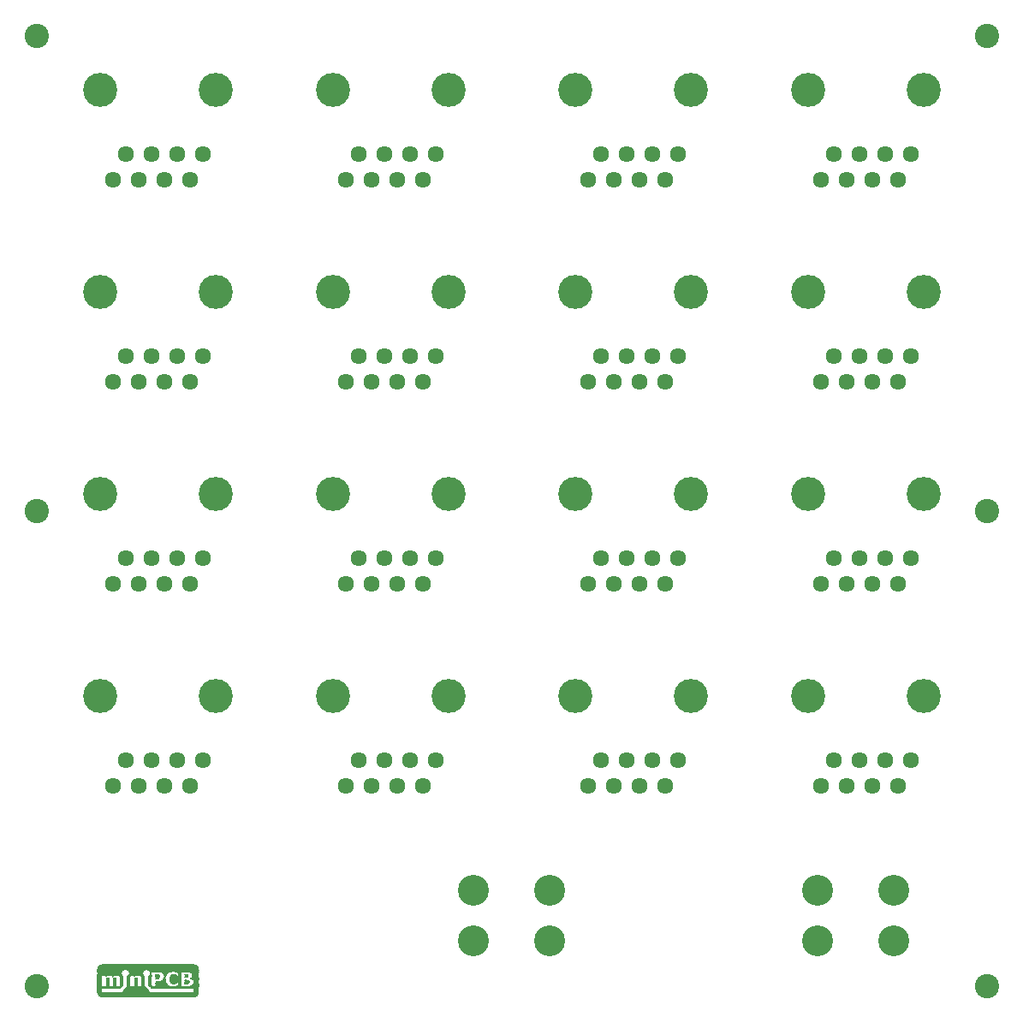
<source format=gbr>
G04 EAGLE Gerber RS-274X export*
G75*
%MOMM*%
%FSLAX34Y34*%
%LPD*%
%INSoldermask Top*%
%IPPOS*%
%AMOC8*
5,1,8,0,0,1.08239X$1,22.5*%
G01*
%ADD10C,2.403200*%
%ADD11R,9.171500X0.008500*%
%ADD12R,9.256500X0.008500*%
%ADD13R,9.324500X0.008500*%
%ADD14R,9.375400X0.008500*%
%ADD15R,9.426500X0.008500*%
%ADD16R,9.460500X0.008500*%
%ADD17R,9.494400X0.008500*%
%ADD18R,9.528500X0.008500*%
%ADD19R,9.554000X0.008500*%
%ADD20R,9.579500X0.008500*%
%ADD21R,9.613500X0.008500*%
%ADD22R,9.630500X0.008500*%
%ADD23R,9.647500X0.008500*%
%ADD24R,9.681500X0.008500*%
%ADD25R,9.698500X0.008500*%
%ADD26R,9.715400X0.008500*%
%ADD27R,9.732500X0.008500*%
%ADD28R,9.749500X0.008500*%
%ADD29R,9.766500X0.008500*%
%ADD30R,9.783500X0.008500*%
%ADD31R,9.800500X0.008500*%
%ADD32R,9.817500X0.008500*%
%ADD33R,9.834500X0.008500*%
%ADD34R,9.851500X0.008500*%
%ADD35R,9.868500X0.008500*%
%ADD36R,9.885500X0.008500*%
%ADD37R,9.902500X0.008500*%
%ADD38R,9.919500X0.008500*%
%ADD39R,9.936500X0.008500*%
%ADD40R,9.953500X0.008500*%
%ADD41R,9.970500X0.008500*%
%ADD42R,9.987500X0.008500*%
%ADD43R,10.004500X0.008500*%
%ADD44R,10.021500X0.008500*%
%ADD45R,10.030100X0.008500*%
%ADD46R,10.038600X0.008500*%
%ADD47R,0.510100X0.008500*%
%ADD48R,2.771000X0.008500*%
%ADD49R,0.510000X0.008500*%
%ADD50R,2.754000X0.008500*%
%ADD51R,2.737100X0.008500*%
%ADD52R,2.720000X0.008500*%
%ADD53R,2.703000X0.008500*%
%ADD54R,2.686000X0.008500*%
%ADD55R,2.677500X0.008500*%
%ADD56R,2.669000X0.008500*%
%ADD57R,2.652100X0.008500*%
%ADD58R,2.634900X0.008500*%
%ADD59R,2.618000X0.008500*%
%ADD60R,2.601000X0.008500*%
%ADD61R,2.584000X0.008500*%
%ADD62R,2.567000X0.008500*%
%ADD63R,2.550000X0.008500*%
%ADD64R,2.533000X0.008500*%
%ADD65R,2.516000X0.008500*%
%ADD66R,2.507500X0.008500*%
%ADD67R,2.499000X0.008500*%
%ADD68R,2.482000X0.008500*%
%ADD69R,2.464900X0.008500*%
%ADD70R,2.448000X0.008500*%
%ADD71R,2.431000X0.008500*%
%ADD72R,2.414000X0.008500*%
%ADD73R,2.397000X0.008500*%
%ADD74R,2.380000X0.008500*%
%ADD75R,2.363000X0.008500*%
%ADD76R,2.354500X0.008500*%
%ADD77R,2.346100X0.008500*%
%ADD78R,2.329000X0.008500*%
%ADD79R,2.312000X0.008500*%
%ADD80R,2.295000X0.008500*%
%ADD81R,2.278000X0.008500*%
%ADD82R,2.261100X0.008500*%
%ADD83R,2.243900X0.008500*%
%ADD84R,2.227000X0.008500*%
%ADD85R,2.210000X0.008500*%
%ADD86R,2.193000X0.008500*%
%ADD87R,2.184500X0.008500*%
%ADD88R,2.176000X0.008500*%
%ADD89R,2.159000X0.008500*%
%ADD90R,2.295100X0.008500*%
%ADD91R,2.142000X0.008500*%
%ADD92R,4.666500X0.008500*%
%ADD93R,2.303600X0.008500*%
%ADD94R,2.125000X0.008500*%
%ADD95R,4.675000X0.008500*%
%ADD96R,2.108000X0.008500*%
%ADD97R,4.683500X0.008500*%
%ADD98R,2.320600X0.008500*%
%ADD99R,2.091000X0.008500*%
%ADD100R,4.692100X0.008500*%
%ADD101R,2.073900X0.008500*%
%ADD102R,4.700500X0.008500*%
%ADD103R,2.329100X0.008500*%
%ADD104R,2.057000X0.008500*%
%ADD105R,2.337600X0.008500*%
%ADD106R,2.040000X0.008500*%
%ADD107R,4.709000X0.008500*%
%ADD108R,2.031500X0.008500*%
%ADD109R,4.717500X0.008500*%
%ADD110R,2.023000X0.008500*%
%ADD111R,4.726000X0.008500*%
%ADD112R,2.363100X0.008500*%
%ADD113R,2.006000X0.008500*%
%ADD114R,4.734500X0.008500*%
%ADD115R,2.371600X0.008500*%
%ADD116R,1.989000X0.008500*%
%ADD117R,4.743000X0.008500*%
%ADD118R,2.380100X0.008500*%
%ADD119R,1.972000X0.008500*%
%ADD120R,4.751500X0.008500*%
%ADD121R,2.388600X0.008500*%
%ADD122R,1.955000X0.008500*%
%ADD123R,4.760000X0.008500*%
%ADD124R,2.397100X0.008500*%
%ADD125R,1.938000X0.008500*%
%ADD126R,4.768500X0.008500*%
%ADD127R,1.921000X0.008500*%
%ADD128R,4.777100X0.008500*%
%ADD129R,2.405600X0.008500*%
%ADD130R,1.903900X0.008500*%
%ADD131R,4.785500X0.008500*%
%ADD132R,2.414100X0.008500*%
%ADD133R,1.887000X0.008500*%
%ADD134R,2.422600X0.008500*%
%ADD135R,1.870100X0.008500*%
%ADD136R,4.794000X0.008500*%
%ADD137R,2.431100X0.008500*%
%ADD138R,1.861500X0.008500*%
%ADD139R,4.802500X0.008500*%
%ADD140R,2.439600X0.008500*%
%ADD141R,1.852900X0.008500*%
%ADD142R,4.811000X0.008500*%
%ADD143R,2.448100X0.008500*%
%ADD144R,1.836000X0.008500*%
%ADD145R,4.819500X0.008500*%
%ADD146R,2.456600X0.008500*%
%ADD147R,1.819000X0.008500*%
%ADD148R,4.828000X0.008500*%
%ADD149R,2.465000X0.008500*%
%ADD150R,1.802000X0.008500*%
%ADD151R,4.836500X0.008500*%
%ADD152R,2.473600X0.008500*%
%ADD153R,1.785000X0.008500*%
%ADD154R,2.405500X0.008500*%
%ADD155R,2.482100X0.008500*%
%ADD156R,1.768000X0.008500*%
%ADD157R,2.346000X0.008500*%
%ADD158R,1.751000X0.008500*%
%ADD159R,2.303500X0.008500*%
%ADD160R,0.365500X0.008500*%
%ADD161R,0.357000X0.008500*%
%ADD162R,0.195500X0.008500*%
%ADD163R,0.331500X0.008500*%
%ADD164R,0.391000X0.008500*%
%ADD165R,0.314500X0.008500*%
%ADD166R,0.221000X0.008500*%
%ADD167R,1.496000X0.008500*%
%ADD168R,0.518500X0.008500*%
%ADD169R,1.037000X0.008500*%
%ADD170R,0.204000X0.008500*%
%ADD171R,0.229500X0.008500*%
%ADD172R,1.462000X0.008500*%
%ADD173R,0.484500X0.008500*%
%ADD174R,0.943600X0.008500*%
%ADD175R,0.212400X0.008500*%
%ADD176R,0.238000X0.008500*%
%ADD177R,1.436500X0.008500*%
%ADD178R,0.459000X0.008500*%
%ADD179R,0.892500X0.008500*%
%ADD180R,0.246600X0.008500*%
%ADD181R,1.411000X0.008500*%
%ADD182R,0.433500X0.008500*%
%ADD183R,0.858500X0.008500*%
%ADD184R,0.255000X0.008500*%
%ADD185R,1.394000X0.008500*%
%ADD186R,0.408000X0.008500*%
%ADD187R,0.824500X0.008500*%
%ADD188R,0.263500X0.008500*%
%ADD189R,1.377000X0.008500*%
%ADD190R,0.807500X0.008500*%
%ADD191R,0.246500X0.008500*%
%ADD192R,0.272000X0.008500*%
%ADD193R,1.360000X0.008500*%
%ADD194R,0.782000X0.008500*%
%ADD195R,0.280500X0.008500*%
%ADD196R,1.343000X0.008500*%
%ADD197R,0.348500X0.008500*%
%ADD198R,0.765000X0.008500*%
%ADD199R,0.289000X0.008500*%
%ADD200R,1.326000X0.008500*%
%ADD201R,0.748000X0.008500*%
%ADD202R,0.297500X0.008500*%
%ADD203R,1.309000X0.008500*%
%ADD204R,0.306000X0.008500*%
%ADD205R,0.731000X0.008500*%
%ADD206R,1.300500X0.008500*%
%ADD207R,0.714000X0.008500*%
%ADD208R,1.283500X0.008500*%
%ADD209R,0.705500X0.008500*%
%ADD210R,1.275000X0.008500*%
%ADD211R,0.688500X0.008500*%
%ADD212R,0.323000X0.008500*%
%ADD213R,1.258000X0.008500*%
%ADD214R,0.680000X0.008500*%
%ADD215R,0.331600X0.008500*%
%ADD216R,1.249500X0.008500*%
%ADD217R,0.671500X0.008500*%
%ADD218R,0.340000X0.008500*%
%ADD219R,1.241000X0.008500*%
%ADD220R,0.654500X0.008500*%
%ADD221R,1.232500X0.008500*%
%ADD222R,0.646000X0.008500*%
%ADD223R,1.215500X0.008500*%
%ADD224R,0.637500X0.008500*%
%ADD225R,1.207000X0.008500*%
%ADD226R,0.629000X0.008500*%
%ADD227R,1.198500X0.008500*%
%ADD228R,0.620500X0.008500*%
%ADD229R,1.190000X0.008500*%
%ADD230R,0.612000X0.008500*%
%ADD231R,1.181500X0.008500*%
%ADD232R,0.603500X0.008500*%
%ADD233R,1.173000X0.008500*%
%ADD234R,0.595000X0.008500*%
%ADD235R,1.164500X0.008500*%
%ADD236R,0.586500X0.008500*%
%ADD237R,1.156000X0.008500*%
%ADD238R,0.578000X0.008500*%
%ADD239R,1.147500X0.008500*%
%ADD240R,1.139000X0.008500*%
%ADD241R,0.569500X0.008500*%
%ADD242R,0.561000X0.008500*%
%ADD243R,1.130500X0.008500*%
%ADD244R,1.122000X0.008500*%
%ADD245R,0.161500X0.008500*%
%ADD246R,0.552600X0.008500*%
%ADD247R,1.113500X0.008500*%
%ADD248R,0.263400X0.008500*%
%ADD249R,0.322900X0.008500*%
%ADD250R,0.544000X0.008500*%
%ADD251R,1.105000X0.008500*%
%ADD252R,0.382500X0.008500*%
%ADD253R,0.373900X0.008500*%
%ADD254R,1.096500X0.008500*%
%ADD255R,0.416500X0.008500*%
%ADD256R,0.399500X0.008500*%
%ADD257R,0.535500X0.008500*%
%ADD258R,1.088000X0.008500*%
%ADD259R,0.450500X0.008500*%
%ADD260R,0.476000X0.008500*%
%ADD261R,0.425000X0.008500*%
%ADD262R,0.527000X0.008500*%
%ADD263R,1.079500X0.008500*%
%ADD264R,0.501500X0.008500*%
%ADD265R,0.433400X0.008500*%
%ADD266R,0.442000X0.008500*%
%ADD267R,1.071000X0.008500*%
%ADD268R,1.062500X0.008500*%
%ADD269R,0.467500X0.008500*%
%ADD270R,1.054000X0.008500*%
%ADD271R,1.045500X0.008500*%
%ADD272R,0.697000X0.008500*%
%ADD273R,0.722500X0.008500*%
%ADD274R,0.739500X0.008500*%
%ADD275R,1.028500X0.008500*%
%ADD276R,0.663000X0.008500*%
%ADD277R,0.552500X0.008500*%
%ADD278R,0.374000X0.008500*%
%ADD279R,0.348400X0.008500*%
%ADD280R,0.722600X0.008500*%
%ADD281R,0.799000X0.008500*%
%ADD282R,0.816000X0.008500*%
%ADD283R,0.212500X0.008500*%
%ADD284R,0.187000X0.008500*%
%ADD285R,0.144400X0.008500*%
%ADD286R,0.144500X0.008500*%
%ADD287R,0.756500X0.008500*%
%ADD288R,0.340100X0.008500*%
%ADD289R,0.663100X0.008500*%
%ADD290R,0.017000X0.008500*%
%ADD291R,0.025500X0.008500*%
%ADD292R,0.042500X0.008500*%
%ADD293R,0.068000X0.008500*%
%ADD294R,0.076500X0.008500*%
%ADD295R,0.008500X0.008500*%
%ADD296R,0.093500X0.008500*%
%ADD297R,0.034000X0.008500*%
%ADD298R,0.119000X0.008500*%
%ADD299R,0.136000X0.008500*%
%ADD300R,0.051000X0.008500*%
%ADD301R,0.170000X0.008500*%
%ADD302R,0.399600X0.008500*%
%ADD303R,0.399400X0.008500*%
%ADD304R,0.110500X0.008500*%
%ADD305R,0.102000X0.008500*%
%ADD306R,0.391100X0.008500*%
%ADD307R,0.152900X0.008500*%
%ADD308R,0.153000X0.008500*%
%ADD309R,0.348600X0.008500*%
%ADD310R,1.062600X0.008500*%
%ADD311R,0.416400X0.008500*%
%ADD312R,0.441900X0.008500*%
%ADD313R,1.122100X0.008500*%
%ADD314R,0.467600X0.008500*%
%ADD315R,0.475900X0.008500*%
%ADD316R,1.181600X0.008500*%
%ADD317R,0.884000X0.008500*%
%ADD318R,2.490600X0.008500*%
%ADD319R,1.479000X0.008500*%
%ADD320R,1.461900X0.008500*%
%ADD321R,1.445000X0.008500*%
%ADD322R,1.428000X0.008500*%
%ADD323R,0.178500X0.008500*%
%ADD324R,0.773600X0.008500*%
%ADD325R,0.790500X0.008500*%
%ADD326R,0.833000X0.008500*%
%ADD327R,0.833100X0.008500*%
%ADD328R,0.926500X0.008500*%
%ADD329R,0.986000X0.008500*%
%ADD330R,0.935000X0.008500*%
%ADD331R,2.099500X0.008500*%
%ADD332R,2.150500X0.008500*%
%ADD333R,4.853500X0.008500*%
%ADD334R,4.862000X0.008500*%
%ADD335R,2.499100X0.008500*%
%ADD336R,1.512900X0.008500*%
%ADD337R,4.870500X0.008500*%
%ADD338R,1.530000X0.008500*%
%ADD339R,4.879000X0.008500*%
%ADD340R,1.538500X0.008500*%
%ADD341R,4.887600X0.008500*%
%ADD342R,2.516100X0.008500*%
%ADD343R,1.547000X0.008500*%
%ADD344R,2.524600X0.008500*%
%ADD345R,1.564000X0.008500*%
%ADD346R,4.896000X0.008500*%
%ADD347R,2.533100X0.008500*%
%ADD348R,1.581000X0.008500*%
%ADD349R,4.904500X0.008500*%
%ADD350R,2.541600X0.008500*%
%ADD351R,1.598000X0.008500*%
%ADD352R,4.913000X0.008500*%
%ADD353R,2.550100X0.008500*%
%ADD354R,1.615000X0.008500*%
%ADD355R,4.921500X0.008500*%
%ADD356R,2.558600X0.008500*%
%ADD357R,1.632000X0.008500*%
%ADD358R,4.930000X0.008500*%
%ADD359R,2.567100X0.008500*%
%ADD360R,1.657500X0.008500*%
%ADD361R,4.938500X0.008500*%
%ADD362R,2.584100X0.008500*%
%ADD363R,1.682900X0.008500*%
%ADD364R,4.955500X0.008500*%
%ADD365R,2.592600X0.008500*%
%ADD366R,1.700000X0.008500*%
%ADD367R,4.964000X0.008500*%
%ADD368R,2.609600X0.008500*%
%ADD369R,1.734000X0.008500*%
%ADD370R,4.981000X0.008500*%
%ADD371R,2.626600X0.008500*%
%ADD372R,4.998000X0.008500*%
%ADD373R,2.643600X0.008500*%
%ADD374R,5.015000X0.008500*%
%ADD375R,2.660500X0.008500*%
%ADD376R,5.032000X0.008500*%
%ADD377R,2.686100X0.008500*%
%ADD378R,5.057500X0.008500*%
%ADD379R,2.720100X0.008500*%
%ADD380R,5.091500X0.008500*%
%ADD381C,3.053200*%
%ADD382C,1.611200*%
%ADD383C,3.373200*%


D10*
X30000Y970000D03*
X30000Y500000D03*
X30000Y30000D03*
X970000Y30000D03*
X970000Y500000D03*
X970000Y970000D03*
D11*
X140151Y19000D03*
D12*
X140151Y19085D03*
D13*
X140151Y19170D03*
D14*
X140150Y19255D03*
D15*
X140151Y19340D03*
D16*
X140151Y19425D03*
D17*
X140150Y19510D03*
D18*
X140151Y19595D03*
D19*
X140193Y19680D03*
D20*
X140151Y19765D03*
D21*
X140151Y19850D03*
D22*
X140151Y19935D03*
D23*
X140151Y20020D03*
D24*
X140151Y20105D03*
D25*
X140151Y20190D03*
D26*
X140150Y20275D03*
D27*
X140151Y20360D03*
D28*
X140151Y20445D03*
D29*
X140151Y20530D03*
D30*
X140151Y20615D03*
D31*
X140151Y20700D03*
D32*
X140151Y20785D03*
X140151Y20870D03*
D33*
X140151Y20955D03*
D34*
X140151Y21040D03*
D35*
X140151Y21125D03*
X140151Y21210D03*
D36*
X140151Y21295D03*
X140151Y21380D03*
D37*
X140151Y21465D03*
D38*
X140151Y21550D03*
X140151Y21635D03*
D39*
X140150Y21720D03*
X140150Y21805D03*
D40*
X140151Y21890D03*
X140151Y21975D03*
D41*
X140151Y22060D03*
X140151Y22145D03*
X140151Y22230D03*
D42*
X140151Y22315D03*
X140151Y22400D03*
X140151Y22485D03*
D43*
X140151Y22570D03*
X140151Y22655D03*
X140151Y22740D03*
X140151Y22825D03*
D44*
X140151Y22910D03*
X140151Y22995D03*
X140151Y23080D03*
X140151Y23165D03*
X140151Y23250D03*
D45*
X140108Y23335D03*
D46*
X140150Y23420D03*
X140150Y23505D03*
X140150Y23590D03*
X140150Y23675D03*
X140150Y23760D03*
X140150Y23845D03*
D47*
X92508Y23930D03*
D48*
X128293Y23930D03*
D49*
X187793Y23930D03*
D47*
X92508Y24015D03*
D50*
X128293Y24015D03*
D49*
X187793Y24015D03*
D47*
X92508Y24100D03*
D51*
X128293Y24100D03*
D49*
X187793Y24100D03*
D47*
X92508Y24185D03*
D52*
X128293Y24185D03*
D49*
X187793Y24185D03*
D47*
X92508Y24270D03*
D53*
X128293Y24270D03*
D49*
X187793Y24270D03*
D47*
X92508Y24355D03*
D54*
X128293Y24355D03*
D49*
X187793Y24355D03*
D47*
X92508Y24440D03*
D55*
X128251Y24440D03*
D49*
X187793Y24440D03*
D47*
X92508Y24525D03*
D56*
X128293Y24525D03*
D49*
X187793Y24525D03*
D47*
X92508Y24610D03*
D57*
X128293Y24610D03*
D49*
X187793Y24610D03*
D47*
X92508Y24695D03*
D58*
X128293Y24695D03*
D49*
X187793Y24695D03*
D47*
X92508Y24780D03*
D59*
X128293Y24780D03*
D49*
X187793Y24780D03*
D47*
X92508Y24865D03*
D60*
X128293Y24865D03*
D49*
X187793Y24865D03*
D47*
X92508Y24950D03*
D61*
X128293Y24950D03*
D49*
X187793Y24950D03*
D47*
X92508Y25035D03*
D62*
X128293Y25035D03*
D49*
X187793Y25035D03*
D47*
X92508Y25120D03*
D63*
X128293Y25120D03*
D49*
X187793Y25120D03*
D47*
X92508Y25205D03*
D64*
X128293Y25205D03*
D49*
X187793Y25205D03*
D47*
X92508Y25290D03*
D65*
X128293Y25290D03*
D49*
X187793Y25290D03*
D47*
X92508Y25375D03*
D66*
X128251Y25375D03*
D49*
X187793Y25375D03*
D47*
X92508Y25460D03*
D67*
X128293Y25460D03*
D49*
X187793Y25460D03*
D47*
X92508Y25545D03*
D68*
X128293Y25545D03*
D49*
X187793Y25545D03*
D47*
X92508Y25630D03*
D69*
X128293Y25630D03*
D49*
X187793Y25630D03*
D47*
X92508Y25715D03*
D70*
X128293Y25715D03*
D49*
X187793Y25715D03*
D47*
X92508Y25800D03*
D71*
X128293Y25800D03*
D49*
X187793Y25800D03*
D47*
X92508Y25885D03*
D72*
X128293Y25885D03*
D49*
X187793Y25885D03*
D47*
X92508Y25970D03*
D73*
X128293Y25970D03*
D49*
X187793Y25970D03*
D47*
X92508Y26055D03*
D74*
X128293Y26055D03*
D49*
X187793Y26055D03*
D47*
X92508Y26140D03*
D75*
X128293Y26140D03*
D49*
X187793Y26140D03*
D47*
X92508Y26225D03*
D76*
X128251Y26225D03*
D49*
X187793Y26225D03*
D47*
X92508Y26310D03*
D77*
X128293Y26310D03*
D49*
X187793Y26310D03*
D47*
X92508Y26395D03*
D78*
X128293Y26395D03*
D49*
X187793Y26395D03*
D47*
X92508Y26480D03*
D79*
X128293Y26480D03*
D49*
X187793Y26480D03*
D47*
X92508Y26565D03*
D80*
X128293Y26565D03*
D49*
X187793Y26565D03*
D47*
X92508Y26650D03*
D81*
X128293Y26650D03*
D49*
X187793Y26650D03*
D47*
X92508Y26735D03*
D82*
X128293Y26735D03*
D49*
X187793Y26735D03*
D47*
X92508Y26820D03*
D83*
X128293Y26820D03*
D49*
X187793Y26820D03*
D47*
X92508Y26905D03*
D84*
X128293Y26905D03*
D49*
X187793Y26905D03*
D47*
X92508Y26990D03*
D85*
X128293Y26990D03*
D49*
X187793Y26990D03*
D47*
X92508Y27075D03*
D86*
X128293Y27075D03*
D49*
X187793Y27075D03*
D47*
X92508Y27160D03*
D87*
X128251Y27160D03*
D49*
X187793Y27160D03*
D47*
X92508Y27245D03*
D88*
X128293Y27245D03*
D49*
X187793Y27245D03*
D47*
X92508Y27330D03*
D89*
X128293Y27330D03*
D49*
X187793Y27330D03*
D90*
X101433Y27415D03*
D91*
X128293Y27415D03*
D92*
X167011Y27415D03*
D93*
X101475Y27500D03*
D94*
X128293Y27500D03*
D95*
X166968Y27500D03*
D79*
X101517Y27585D03*
D96*
X128293Y27585D03*
D97*
X166926Y27585D03*
D98*
X101560Y27670D03*
D99*
X128293Y27670D03*
D100*
X166883Y27670D03*
D98*
X101560Y27755D03*
D101*
X128293Y27755D03*
D102*
X166841Y27755D03*
D103*
X101603Y27840D03*
D104*
X128293Y27840D03*
D102*
X166841Y27840D03*
D105*
X101645Y27925D03*
D106*
X128293Y27925D03*
D107*
X166798Y27925D03*
D77*
X101688Y28010D03*
D108*
X128251Y28010D03*
D109*
X166756Y28010D03*
D76*
X101730Y28095D03*
D110*
X128293Y28095D03*
D111*
X166713Y28095D03*
D112*
X101773Y28180D03*
D113*
X128293Y28180D03*
D114*
X166671Y28180D03*
D115*
X101815Y28265D03*
D116*
X128293Y28265D03*
D117*
X166628Y28265D03*
D118*
X101858Y28350D03*
D119*
X128293Y28350D03*
D120*
X166586Y28350D03*
D121*
X101900Y28435D03*
D122*
X128293Y28435D03*
D123*
X166543Y28435D03*
D124*
X101943Y28520D03*
D125*
X128293Y28520D03*
D126*
X166501Y28520D03*
D124*
X101943Y28605D03*
D127*
X128293Y28605D03*
D128*
X166458Y28605D03*
D129*
X101985Y28690D03*
D130*
X128293Y28690D03*
D131*
X166416Y28690D03*
D132*
X102028Y28775D03*
D133*
X128293Y28775D03*
D131*
X166416Y28775D03*
D134*
X102070Y28860D03*
D135*
X128293Y28860D03*
D136*
X166373Y28860D03*
D137*
X102113Y28945D03*
D138*
X128250Y28945D03*
D139*
X166331Y28945D03*
D140*
X102155Y29030D03*
D141*
X128293Y29030D03*
D142*
X166288Y29030D03*
D143*
X102198Y29115D03*
D144*
X128293Y29115D03*
D145*
X166246Y29115D03*
D146*
X102240Y29200D03*
D147*
X128293Y29200D03*
D148*
X166203Y29200D03*
D149*
X102282Y29285D03*
D150*
X128293Y29285D03*
D151*
X166161Y29285D03*
D152*
X102325Y29370D03*
D153*
X128293Y29370D03*
D85*
X152943Y29370D03*
D154*
X178316Y29370D03*
D155*
X102368Y29455D03*
D156*
X128293Y29455D03*
D89*
X152603Y29455D03*
D157*
X178613Y29455D03*
D155*
X102368Y29540D03*
D158*
X128293Y29540D03*
D94*
X152348Y29540D03*
D159*
X178826Y29540D03*
D47*
X92508Y29625D03*
D160*
X100371Y29625D03*
D161*
X107553Y29625D03*
D162*
X113886Y29625D03*
D163*
X121196Y29625D03*
D164*
X128293Y29625D03*
D165*
X135391Y29625D03*
D166*
X142828Y29625D03*
D167*
X155153Y29625D03*
D168*
X170241Y29625D03*
D169*
X185158Y29625D03*
D47*
X92508Y29710D03*
D160*
X100371Y29710D03*
D161*
X107553Y29710D03*
D170*
X113928Y29710D03*
D163*
X121196Y29710D03*
D164*
X128293Y29710D03*
D165*
X135391Y29710D03*
D171*
X142786Y29710D03*
D172*
X154983Y29710D03*
D173*
X170411Y29710D03*
D174*
X185625Y29710D03*
D47*
X92508Y29795D03*
D160*
X100371Y29795D03*
D161*
X107553Y29795D03*
D175*
X113970Y29795D03*
D163*
X121196Y29795D03*
D164*
X128293Y29795D03*
D165*
X135391Y29795D03*
D176*
X142743Y29795D03*
D177*
X154856Y29795D03*
D178*
X170538Y29795D03*
D179*
X185881Y29795D03*
D47*
X92508Y29880D03*
D160*
X100371Y29880D03*
D161*
X107553Y29880D03*
D166*
X114013Y29880D03*
D163*
X121196Y29880D03*
D164*
X128293Y29880D03*
D165*
X135391Y29880D03*
D180*
X142700Y29880D03*
D181*
X154728Y29880D03*
D182*
X170666Y29880D03*
D183*
X186051Y29880D03*
D47*
X92508Y29965D03*
D160*
X100371Y29965D03*
D161*
X107553Y29965D03*
D171*
X114056Y29965D03*
D163*
X121196Y29965D03*
D164*
X128293Y29965D03*
D165*
X135391Y29965D03*
D184*
X142658Y29965D03*
D185*
X154643Y29965D03*
D186*
X170793Y29965D03*
D187*
X186221Y29965D03*
D47*
X92508Y30050D03*
D160*
X100371Y30050D03*
D161*
X107553Y30050D03*
D176*
X114098Y30050D03*
D163*
X121196Y30050D03*
D164*
X128293Y30050D03*
D165*
X135391Y30050D03*
D188*
X142616Y30050D03*
D189*
X154558Y30050D03*
D164*
X170878Y30050D03*
D190*
X186306Y30050D03*
D47*
X92508Y30135D03*
D160*
X100371Y30135D03*
D161*
X107553Y30135D03*
D191*
X114141Y30135D03*
D163*
X121196Y30135D03*
D164*
X128293Y30135D03*
D165*
X135391Y30135D03*
D192*
X142573Y30135D03*
D193*
X154473Y30135D03*
D160*
X171006Y30135D03*
D194*
X186433Y30135D03*
D47*
X92508Y30220D03*
D160*
X100371Y30220D03*
D161*
X107553Y30220D03*
D184*
X114183Y30220D03*
D163*
X121196Y30220D03*
D164*
X128293Y30220D03*
D165*
X135391Y30220D03*
D195*
X142531Y30220D03*
D196*
X154388Y30220D03*
D197*
X171091Y30220D03*
D198*
X186518Y30220D03*
D47*
X92508Y30305D03*
D160*
X100371Y30305D03*
D161*
X107553Y30305D03*
D188*
X114226Y30305D03*
D163*
X121196Y30305D03*
D164*
X128293Y30305D03*
D165*
X135391Y30305D03*
D199*
X142488Y30305D03*
D200*
X154303Y30305D03*
D163*
X171176Y30305D03*
D201*
X186603Y30305D03*
D47*
X92508Y30390D03*
D160*
X100371Y30390D03*
D161*
X107553Y30390D03*
D188*
X114226Y30390D03*
D163*
X121196Y30390D03*
D164*
X128293Y30390D03*
D165*
X135391Y30390D03*
D202*
X142446Y30390D03*
D203*
X154218Y30390D03*
D204*
X171303Y30390D03*
D205*
X186688Y30390D03*
D47*
X92508Y30475D03*
D160*
X100371Y30475D03*
D161*
X107553Y30475D03*
D192*
X114268Y30475D03*
D163*
X121196Y30475D03*
D164*
X128293Y30475D03*
D165*
X135391Y30475D03*
D204*
X142403Y30475D03*
D206*
X154176Y30475D03*
D199*
X171388Y30475D03*
D207*
X186773Y30475D03*
D47*
X92508Y30560D03*
D160*
X100371Y30560D03*
D161*
X107553Y30560D03*
D195*
X114311Y30560D03*
D163*
X121196Y30560D03*
D164*
X128293Y30560D03*
D165*
X135391Y30560D03*
D204*
X142403Y30560D03*
D208*
X154091Y30560D03*
D192*
X171473Y30560D03*
D209*
X186816Y30560D03*
D47*
X92508Y30645D03*
D160*
X100371Y30645D03*
D161*
X107553Y30645D03*
D199*
X114353Y30645D03*
D163*
X121196Y30645D03*
D164*
X128293Y30645D03*
D165*
X135391Y30645D03*
X142361Y30645D03*
D210*
X154048Y30645D03*
D192*
X171473Y30645D03*
D211*
X186901Y30645D03*
D47*
X92508Y30730D03*
D160*
X100371Y30730D03*
D161*
X107553Y30730D03*
D202*
X114396Y30730D03*
D163*
X121196Y30730D03*
D164*
X128293Y30730D03*
D165*
X135391Y30730D03*
D212*
X142318Y30730D03*
D213*
X153963Y30730D03*
D192*
X171473Y30730D03*
D214*
X186943Y30730D03*
D47*
X92508Y30815D03*
D160*
X100371Y30815D03*
D161*
X107553Y30815D03*
D204*
X114438Y30815D03*
D163*
X121196Y30815D03*
D164*
X128293Y30815D03*
D165*
X135391Y30815D03*
D215*
X142275Y30815D03*
D216*
X153921Y30815D03*
D192*
X171473Y30815D03*
D217*
X186986Y30815D03*
D47*
X92508Y30900D03*
D160*
X100371Y30900D03*
D161*
X107553Y30900D03*
D165*
X114481Y30900D03*
D163*
X121196Y30900D03*
D164*
X128293Y30900D03*
D165*
X135391Y30900D03*
D218*
X142233Y30900D03*
D219*
X153878Y30900D03*
D192*
X171473Y30900D03*
D220*
X187071Y30900D03*
D47*
X92508Y30985D03*
D160*
X100371Y30985D03*
D161*
X107553Y30985D03*
D165*
X114481Y30985D03*
D163*
X121196Y30985D03*
D164*
X128293Y30985D03*
D165*
X135391Y30985D03*
D218*
X142233Y30985D03*
D221*
X153836Y30985D03*
D192*
X171473Y30985D03*
D222*
X187113Y30985D03*
D47*
X92508Y31070D03*
D160*
X100371Y31070D03*
D161*
X107553Y31070D03*
D165*
X114481Y31070D03*
D163*
X121196Y31070D03*
D164*
X128293Y31070D03*
D165*
X135391Y31070D03*
D197*
X142191Y31070D03*
D223*
X153751Y31070D03*
D192*
X171473Y31070D03*
D224*
X187156Y31070D03*
D47*
X92508Y31155D03*
D160*
X100371Y31155D03*
D161*
X107553Y31155D03*
D165*
X114481Y31155D03*
D163*
X121196Y31155D03*
D164*
X128293Y31155D03*
D165*
X135391Y31155D03*
D197*
X142191Y31155D03*
D225*
X153708Y31155D03*
D192*
X171473Y31155D03*
D226*
X187198Y31155D03*
D47*
X92508Y31240D03*
D160*
X100371Y31240D03*
D161*
X107553Y31240D03*
D165*
X114481Y31240D03*
D163*
X121196Y31240D03*
D164*
X128293Y31240D03*
D165*
X135391Y31240D03*
D197*
X142191Y31240D03*
D227*
X153666Y31240D03*
D192*
X171473Y31240D03*
D228*
X187241Y31240D03*
D47*
X92508Y31325D03*
D160*
X100371Y31325D03*
D161*
X107553Y31325D03*
D165*
X114481Y31325D03*
D163*
X121196Y31325D03*
D164*
X128293Y31325D03*
D165*
X135391Y31325D03*
D197*
X142191Y31325D03*
D229*
X153623Y31325D03*
D192*
X171473Y31325D03*
D230*
X187283Y31325D03*
D47*
X92508Y31410D03*
D160*
X100371Y31410D03*
D161*
X107553Y31410D03*
D165*
X114481Y31410D03*
D163*
X121196Y31410D03*
D164*
X128293Y31410D03*
D165*
X135391Y31410D03*
D197*
X142191Y31410D03*
D231*
X153581Y31410D03*
D192*
X171473Y31410D03*
D232*
X187326Y31410D03*
D47*
X92508Y31495D03*
D160*
X100371Y31495D03*
D161*
X107553Y31495D03*
D165*
X114481Y31495D03*
D163*
X121196Y31495D03*
D164*
X128293Y31495D03*
D165*
X135391Y31495D03*
D197*
X142191Y31495D03*
D233*
X153538Y31495D03*
D192*
X171473Y31495D03*
D234*
X187368Y31495D03*
D47*
X92508Y31580D03*
D160*
X100371Y31580D03*
D161*
X107553Y31580D03*
D165*
X114481Y31580D03*
D163*
X121196Y31580D03*
D164*
X128293Y31580D03*
D165*
X135391Y31580D03*
D197*
X142191Y31580D03*
D233*
X153538Y31580D03*
D192*
X171473Y31580D03*
D234*
X187368Y31580D03*
D47*
X92508Y31665D03*
D160*
X100371Y31665D03*
D161*
X107553Y31665D03*
D165*
X114481Y31665D03*
D163*
X121196Y31665D03*
D164*
X128293Y31665D03*
D165*
X135391Y31665D03*
D197*
X142191Y31665D03*
D235*
X153496Y31665D03*
D192*
X171473Y31665D03*
D236*
X187411Y31665D03*
D47*
X92508Y31750D03*
D160*
X100371Y31750D03*
D161*
X107553Y31750D03*
D165*
X114481Y31750D03*
D163*
X121196Y31750D03*
D164*
X128293Y31750D03*
D165*
X135391Y31750D03*
D197*
X142191Y31750D03*
D237*
X153453Y31750D03*
D192*
X171473Y31750D03*
D238*
X187453Y31750D03*
D47*
X92508Y31835D03*
D160*
X100371Y31835D03*
D161*
X107553Y31835D03*
D165*
X114481Y31835D03*
D163*
X121196Y31835D03*
D164*
X128293Y31835D03*
D165*
X135391Y31835D03*
D197*
X142191Y31835D03*
D239*
X153411Y31835D03*
D192*
X171473Y31835D03*
D238*
X187453Y31835D03*
D47*
X92508Y31920D03*
D160*
X100371Y31920D03*
D161*
X107553Y31920D03*
D165*
X114481Y31920D03*
D163*
X121196Y31920D03*
D164*
X128293Y31920D03*
D165*
X135391Y31920D03*
D197*
X142191Y31920D03*
D240*
X153368Y31920D03*
D192*
X171473Y31920D03*
D241*
X187496Y31920D03*
D47*
X92508Y32005D03*
D160*
X100371Y32005D03*
D161*
X107553Y32005D03*
D165*
X114481Y32005D03*
D163*
X121196Y32005D03*
D164*
X128293Y32005D03*
D165*
X135391Y32005D03*
D197*
X142191Y32005D03*
D240*
X153368Y32005D03*
D192*
X171473Y32005D03*
D242*
X187538Y32005D03*
D47*
X92508Y32090D03*
D160*
X100371Y32090D03*
D161*
X107553Y32090D03*
D165*
X114481Y32090D03*
D163*
X121196Y32090D03*
D164*
X128293Y32090D03*
D165*
X135391Y32090D03*
D197*
X142191Y32090D03*
D243*
X153326Y32090D03*
D192*
X171473Y32090D03*
D242*
X187538Y32090D03*
D47*
X92508Y32175D03*
D160*
X100371Y32175D03*
D161*
X107553Y32175D03*
D165*
X114481Y32175D03*
D163*
X121196Y32175D03*
D164*
X128293Y32175D03*
D165*
X135391Y32175D03*
D197*
X142191Y32175D03*
D244*
X153283Y32175D03*
D245*
X165651Y32175D03*
D192*
X171473Y32175D03*
D246*
X187580Y32175D03*
D47*
X92508Y32260D03*
D160*
X100371Y32260D03*
D161*
X107553Y32260D03*
D165*
X114481Y32260D03*
D163*
X121196Y32260D03*
D164*
X128293Y32260D03*
D165*
X135391Y32260D03*
D197*
X142191Y32260D03*
D247*
X153241Y32260D03*
D176*
X165608Y32260D03*
D192*
X171473Y32260D03*
D248*
X177890Y32260D03*
D246*
X187580Y32260D03*
D47*
X92508Y32345D03*
D160*
X100371Y32345D03*
D161*
X107553Y32345D03*
D165*
X114481Y32345D03*
D163*
X121196Y32345D03*
D164*
X128293Y32345D03*
D165*
X135391Y32345D03*
D197*
X142191Y32345D03*
D247*
X153241Y32345D03*
D199*
X165608Y32345D03*
D192*
X171473Y32345D03*
D249*
X178188Y32345D03*
D250*
X187623Y32345D03*
D47*
X92508Y32430D03*
D160*
X100371Y32430D03*
D161*
X107553Y32430D03*
D165*
X114481Y32430D03*
D163*
X121196Y32430D03*
D164*
X128293Y32430D03*
D165*
X135391Y32430D03*
D197*
X142191Y32430D03*
D251*
X153198Y32430D03*
D218*
X165608Y32430D03*
D192*
X171473Y32430D03*
D161*
X178358Y32430D03*
D250*
X187623Y32430D03*
D47*
X92508Y32515D03*
D160*
X100371Y32515D03*
D161*
X107553Y32515D03*
D165*
X114481Y32515D03*
D163*
X121196Y32515D03*
D164*
X128293Y32515D03*
D165*
X135391Y32515D03*
D197*
X142191Y32515D03*
D251*
X153198Y32515D03*
D252*
X165651Y32515D03*
D192*
X171473Y32515D03*
D253*
X178443Y32515D03*
D250*
X187623Y32515D03*
D47*
X92508Y32600D03*
D160*
X100371Y32600D03*
D161*
X107553Y32600D03*
D165*
X114481Y32600D03*
D163*
X121196Y32600D03*
D164*
X128293Y32600D03*
D165*
X135391Y32600D03*
D197*
X142191Y32600D03*
D254*
X153156Y32600D03*
D255*
X165651Y32600D03*
D192*
X171473Y32600D03*
D256*
X178571Y32600D03*
D257*
X187666Y32600D03*
D47*
X92508Y32685D03*
D160*
X100371Y32685D03*
D161*
X107553Y32685D03*
D165*
X114481Y32685D03*
D163*
X121196Y32685D03*
D164*
X128293Y32685D03*
D165*
X135391Y32685D03*
D197*
X142191Y32685D03*
D258*
X153113Y32685D03*
D259*
X165651Y32685D03*
D192*
X171473Y32685D03*
D186*
X178613Y32685D03*
D257*
X187666Y32685D03*
D47*
X92508Y32770D03*
D160*
X100371Y32770D03*
D161*
X107553Y32770D03*
D165*
X114481Y32770D03*
D163*
X121196Y32770D03*
D164*
X128293Y32770D03*
D165*
X135391Y32770D03*
D197*
X142191Y32770D03*
D258*
X153113Y32770D03*
D260*
X165693Y32770D03*
D192*
X171473Y32770D03*
D261*
X178698Y32770D03*
D262*
X187708Y32770D03*
D47*
X92508Y32855D03*
D160*
X100371Y32855D03*
D161*
X107553Y32855D03*
D165*
X114481Y32855D03*
D163*
X121196Y32855D03*
D164*
X128293Y32855D03*
D165*
X135391Y32855D03*
D197*
X142191Y32855D03*
D263*
X153071Y32855D03*
D264*
X165651Y32855D03*
D192*
X171473Y32855D03*
D265*
X178740Y32855D03*
D262*
X187708Y32855D03*
D47*
X92508Y32940D03*
D160*
X100371Y32940D03*
D161*
X107553Y32940D03*
D165*
X114481Y32940D03*
D163*
X121196Y32940D03*
D164*
X128293Y32940D03*
D165*
X135391Y32940D03*
D197*
X142191Y32940D03*
D263*
X153071Y32940D03*
D262*
X165693Y32940D03*
D192*
X171473Y32940D03*
D266*
X178783Y32940D03*
D262*
X187708Y32940D03*
D47*
X92508Y33025D03*
D160*
X100371Y33025D03*
D161*
X107553Y33025D03*
D165*
X114481Y33025D03*
D163*
X121196Y33025D03*
D164*
X128293Y33025D03*
D165*
X135391Y33025D03*
D197*
X142191Y33025D03*
D267*
X153028Y33025D03*
D250*
X165693Y33025D03*
D192*
X171473Y33025D03*
D259*
X178826Y33025D03*
D262*
X187708Y33025D03*
D47*
X92508Y33110D03*
D160*
X100371Y33110D03*
D161*
X107553Y33110D03*
D165*
X114481Y33110D03*
D163*
X121196Y33110D03*
D164*
X128293Y33110D03*
D165*
X135391Y33110D03*
D197*
X142191Y33110D03*
D267*
X153028Y33110D03*
D238*
X165693Y33110D03*
D192*
X171473Y33110D03*
D259*
X178826Y33110D03*
D168*
X187751Y33110D03*
D47*
X92508Y33195D03*
D160*
X100371Y33195D03*
D161*
X107553Y33195D03*
D165*
X114481Y33195D03*
D163*
X121196Y33195D03*
D164*
X128293Y33195D03*
D165*
X135391Y33195D03*
D197*
X142191Y33195D03*
D268*
X152986Y33195D03*
D234*
X165693Y33195D03*
D192*
X171473Y33195D03*
D178*
X178868Y33195D03*
D168*
X187751Y33195D03*
D47*
X92508Y33280D03*
D160*
X100371Y33280D03*
D161*
X107553Y33280D03*
D165*
X114481Y33280D03*
D163*
X121196Y33280D03*
D164*
X128293Y33280D03*
D165*
X135391Y33280D03*
D197*
X142191Y33280D03*
D268*
X152986Y33280D03*
D228*
X165736Y33280D03*
D192*
X171473Y33280D03*
D178*
X178868Y33280D03*
D168*
X187751Y33280D03*
D47*
X92508Y33365D03*
D160*
X100371Y33365D03*
D161*
X107553Y33365D03*
D165*
X114481Y33365D03*
D163*
X121196Y33365D03*
D164*
X128293Y33365D03*
D165*
X135391Y33365D03*
D197*
X142191Y33365D03*
D268*
X152986Y33365D03*
D226*
X165778Y33365D03*
D192*
X171473Y33365D03*
D269*
X178911Y33365D03*
D168*
X187751Y33365D03*
D47*
X92508Y33450D03*
D160*
X100371Y33450D03*
D161*
X107553Y33450D03*
D165*
X114481Y33450D03*
D163*
X121196Y33450D03*
D164*
X128293Y33450D03*
D165*
X135391Y33450D03*
D197*
X142191Y33450D03*
D270*
X152943Y33450D03*
D220*
X165821Y33450D03*
D192*
X171473Y33450D03*
D269*
X178911Y33450D03*
D168*
X187751Y33450D03*
D47*
X92508Y33535D03*
D160*
X100371Y33535D03*
D161*
X107553Y33535D03*
D165*
X114481Y33535D03*
D163*
X121196Y33535D03*
D164*
X128293Y33535D03*
D165*
X135391Y33535D03*
D197*
X142191Y33535D03*
D270*
X152943Y33535D03*
D217*
X165821Y33535D03*
D192*
X171473Y33535D03*
D269*
X178911Y33535D03*
D168*
X187751Y33535D03*
D47*
X92508Y33620D03*
D160*
X100371Y33620D03*
D161*
X107553Y33620D03*
D165*
X114481Y33620D03*
D163*
X121196Y33620D03*
D164*
X128293Y33620D03*
D165*
X135391Y33620D03*
D197*
X142191Y33620D03*
D271*
X152901Y33620D03*
D211*
X165821Y33620D03*
D192*
X171473Y33620D03*
D260*
X178953Y33620D03*
D168*
X187751Y33620D03*
D47*
X92508Y33705D03*
D160*
X100371Y33705D03*
D161*
X107553Y33705D03*
D165*
X114481Y33705D03*
D163*
X121196Y33705D03*
D164*
X128293Y33705D03*
D165*
X135391Y33705D03*
D197*
X142191Y33705D03*
D271*
X152901Y33705D03*
D272*
X165863Y33705D03*
D192*
X171473Y33705D03*
D260*
X178953Y33705D03*
D168*
X187751Y33705D03*
D47*
X92508Y33790D03*
D160*
X100371Y33790D03*
D161*
X107553Y33790D03*
D165*
X114481Y33790D03*
D163*
X121196Y33790D03*
D164*
X128293Y33790D03*
D165*
X135391Y33790D03*
D197*
X142191Y33790D03*
D271*
X152901Y33790D03*
D273*
X165906Y33790D03*
D192*
X171473Y33790D03*
D260*
X178953Y33790D03*
D168*
X187751Y33790D03*
D47*
X92508Y33875D03*
D160*
X100371Y33875D03*
D161*
X107553Y33875D03*
D165*
X114481Y33875D03*
D163*
X121196Y33875D03*
D164*
X128293Y33875D03*
D165*
X135391Y33875D03*
D197*
X142191Y33875D03*
D169*
X152858Y33875D03*
D274*
X165906Y33875D03*
D192*
X171473Y33875D03*
D260*
X178953Y33875D03*
D168*
X187751Y33875D03*
D47*
X92508Y33960D03*
D160*
X100371Y33960D03*
D161*
X107553Y33960D03*
D165*
X114481Y33960D03*
D163*
X121196Y33960D03*
D164*
X128293Y33960D03*
D165*
X135391Y33960D03*
D197*
X142191Y33960D03*
D169*
X152858Y33960D03*
D201*
X165948Y33960D03*
D192*
X171473Y33960D03*
D260*
X178953Y33960D03*
D168*
X187751Y33960D03*
D47*
X92508Y34045D03*
D160*
X100371Y34045D03*
D161*
X107553Y34045D03*
D165*
X114481Y34045D03*
D163*
X121196Y34045D03*
D164*
X128293Y34045D03*
D165*
X135391Y34045D03*
D197*
X142191Y34045D03*
D169*
X152858Y34045D03*
D267*
X167478Y34045D03*
D260*
X178953Y34045D03*
D168*
X187751Y34045D03*
D47*
X92508Y34130D03*
D160*
X100371Y34130D03*
D161*
X107553Y34130D03*
D165*
X114481Y34130D03*
D163*
X121196Y34130D03*
D164*
X128293Y34130D03*
D165*
X135391Y34130D03*
D197*
X142191Y34130D03*
D169*
X152858Y34130D03*
D267*
X167478Y34130D03*
D260*
X178953Y34130D03*
D168*
X187751Y34130D03*
D47*
X92508Y34215D03*
D160*
X100371Y34215D03*
D161*
X107553Y34215D03*
D165*
X114481Y34215D03*
D163*
X121196Y34215D03*
D164*
X128293Y34215D03*
D165*
X135391Y34215D03*
D197*
X142191Y34215D03*
D275*
X152816Y34215D03*
D263*
X167436Y34215D03*
D260*
X178953Y34215D03*
D168*
X187751Y34215D03*
D47*
X92508Y34300D03*
D160*
X100371Y34300D03*
D161*
X107553Y34300D03*
D165*
X114481Y34300D03*
D163*
X121196Y34300D03*
D164*
X128293Y34300D03*
D165*
X135391Y34300D03*
D197*
X142191Y34300D03*
D194*
X154048Y34300D03*
D263*
X167436Y34300D03*
D260*
X178953Y34300D03*
D168*
X187751Y34300D03*
D47*
X92508Y34385D03*
D160*
X100371Y34385D03*
D161*
X107553Y34385D03*
D165*
X114481Y34385D03*
D163*
X121196Y34385D03*
D164*
X128293Y34385D03*
D165*
X135391Y34385D03*
D197*
X142191Y34385D03*
D276*
X154643Y34385D03*
D258*
X167393Y34385D03*
D260*
X178953Y34385D03*
D168*
X187751Y34385D03*
D47*
X92508Y34470D03*
D160*
X100371Y34470D03*
D161*
X107553Y34470D03*
D165*
X114481Y34470D03*
D163*
X121196Y34470D03*
D164*
X128293Y34470D03*
D165*
X135391Y34470D03*
D197*
X142191Y34470D03*
D230*
X154813Y34470D03*
D258*
X167393Y34470D03*
D260*
X178953Y34470D03*
D168*
X187751Y34470D03*
D47*
X92508Y34555D03*
D160*
X100371Y34555D03*
D161*
X107553Y34555D03*
D165*
X114481Y34555D03*
D163*
X121196Y34555D03*
D164*
X128293Y34555D03*
D165*
X135391Y34555D03*
D197*
X142191Y34555D03*
D238*
X154983Y34555D03*
D254*
X167351Y34555D03*
D260*
X178953Y34555D03*
D168*
X187751Y34555D03*
D47*
X92508Y34640D03*
D160*
X100371Y34640D03*
D161*
X107553Y34640D03*
D165*
X114481Y34640D03*
D163*
X121196Y34640D03*
D164*
X128293Y34640D03*
D165*
X135391Y34640D03*
D197*
X142191Y34640D03*
D277*
X155111Y34640D03*
D254*
X167351Y34640D03*
D260*
X178953Y34640D03*
D168*
X187751Y34640D03*
D47*
X92508Y34725D03*
D160*
X100371Y34725D03*
D161*
X107553Y34725D03*
D165*
X114481Y34725D03*
D163*
X121196Y34725D03*
D164*
X128293Y34725D03*
D165*
X135391Y34725D03*
D197*
X142191Y34725D03*
D262*
X155238Y34725D03*
D251*
X167308Y34725D03*
D269*
X178911Y34725D03*
D168*
X187751Y34725D03*
D47*
X92508Y34810D03*
D160*
X100371Y34810D03*
D161*
X107553Y34810D03*
D165*
X114481Y34810D03*
D163*
X121196Y34810D03*
D164*
X128293Y34810D03*
D165*
X135391Y34810D03*
D197*
X142191Y34810D03*
D264*
X155366Y34810D03*
D251*
X167308Y34810D03*
D269*
X178911Y34810D03*
D168*
X187751Y34810D03*
D47*
X92508Y34895D03*
D160*
X100371Y34895D03*
D161*
X107553Y34895D03*
D165*
X114481Y34895D03*
D163*
X121196Y34895D03*
D164*
X128293Y34895D03*
D165*
X135391Y34895D03*
D197*
X142191Y34895D03*
D260*
X155408Y34895D03*
D251*
X167308Y34895D03*
D269*
X178911Y34895D03*
D168*
X187751Y34895D03*
D47*
X92508Y34980D03*
D160*
X100371Y34980D03*
D161*
X107553Y34980D03*
D165*
X114481Y34980D03*
D163*
X121196Y34980D03*
D164*
X128293Y34980D03*
D165*
X135391Y34980D03*
D197*
X142191Y34980D03*
D178*
X155493Y34980D03*
D251*
X167308Y34980D03*
D178*
X178868Y34980D03*
D262*
X187708Y34980D03*
D47*
X92508Y35065D03*
D160*
X100371Y35065D03*
D161*
X107553Y35065D03*
D165*
X114481Y35065D03*
D163*
X121196Y35065D03*
D164*
X128293Y35065D03*
D165*
X135391Y35065D03*
D197*
X142191Y35065D03*
D259*
X155536Y35065D03*
D247*
X167266Y35065D03*
D178*
X178868Y35065D03*
D262*
X187708Y35065D03*
D47*
X92508Y35150D03*
D160*
X100371Y35150D03*
D161*
X107553Y35150D03*
D165*
X114481Y35150D03*
D163*
X121196Y35150D03*
D164*
X128293Y35150D03*
D165*
X135391Y35150D03*
D197*
X142191Y35150D03*
D182*
X155621Y35150D03*
D247*
X167266Y35150D03*
D259*
X178826Y35150D03*
D262*
X187708Y35150D03*
D47*
X92508Y35235D03*
D160*
X100371Y35235D03*
D161*
X107553Y35235D03*
D165*
X114481Y35235D03*
D163*
X121196Y35235D03*
D164*
X128293Y35235D03*
D165*
X135391Y35235D03*
D197*
X142191Y35235D03*
D255*
X155706Y35235D03*
D247*
X167266Y35235D03*
D266*
X178783Y35235D03*
D257*
X187666Y35235D03*
D47*
X92508Y35320D03*
D160*
X100371Y35320D03*
D161*
X107553Y35320D03*
D165*
X114481Y35320D03*
D163*
X121196Y35320D03*
D164*
X128293Y35320D03*
D165*
X135391Y35320D03*
D197*
X142191Y35320D03*
D186*
X155748Y35320D03*
D247*
X167266Y35320D03*
D265*
X178740Y35320D03*
D257*
X187666Y35320D03*
D47*
X92508Y35405D03*
D160*
X100371Y35405D03*
D161*
X107553Y35405D03*
D165*
X114481Y35405D03*
D163*
X121196Y35405D03*
D164*
X128293Y35405D03*
D165*
X135391Y35405D03*
D197*
X142191Y35405D03*
D252*
X155791Y35405D03*
D244*
X167223Y35405D03*
D261*
X178698Y35405D03*
D257*
X187666Y35405D03*
D47*
X92508Y35490D03*
D160*
X100371Y35490D03*
D161*
X107553Y35490D03*
D165*
X114481Y35490D03*
D163*
X121196Y35490D03*
D164*
X128293Y35490D03*
D165*
X135391Y35490D03*
D197*
X142191Y35490D03*
D278*
X155833Y35490D03*
D244*
X167223Y35490D03*
D186*
X178613Y35490D03*
D250*
X187623Y35490D03*
D47*
X92508Y35575D03*
D160*
X100371Y35575D03*
D161*
X107553Y35575D03*
D165*
X114481Y35575D03*
D163*
X121196Y35575D03*
D164*
X128293Y35575D03*
D165*
X135391Y35575D03*
D197*
X142191Y35575D03*
D160*
X155876Y35575D03*
D244*
X167223Y35575D03*
D164*
X178528Y35575D03*
D250*
X187623Y35575D03*
D47*
X92508Y35660D03*
D160*
X100371Y35660D03*
D161*
X107553Y35660D03*
D165*
X114481Y35660D03*
D163*
X121196Y35660D03*
D164*
X128293Y35660D03*
D165*
X135391Y35660D03*
D197*
X142191Y35660D03*
D161*
X155918Y35660D03*
D244*
X167223Y35660D03*
D253*
X178443Y35660D03*
D246*
X187580Y35660D03*
D47*
X92508Y35745D03*
D160*
X100371Y35745D03*
D161*
X107553Y35745D03*
D165*
X114481Y35745D03*
D163*
X121196Y35745D03*
D164*
X128293Y35745D03*
D165*
X135391Y35745D03*
D197*
X142191Y35745D03*
D218*
X156003Y35745D03*
D244*
X167223Y35745D03*
D218*
X178273Y35745D03*
D246*
X187580Y35745D03*
D47*
X92508Y35830D03*
D160*
X100371Y35830D03*
D161*
X107553Y35830D03*
D165*
X114481Y35830D03*
D163*
X121196Y35830D03*
D164*
X128293Y35830D03*
D165*
X135391Y35830D03*
D197*
X142191Y35830D03*
D163*
X156046Y35830D03*
D244*
X167223Y35830D03*
D175*
X177635Y35830D03*
D242*
X187538Y35830D03*
D47*
X92508Y35915D03*
D160*
X100371Y35915D03*
D161*
X107553Y35915D03*
D165*
X114481Y35915D03*
D163*
X121196Y35915D03*
D164*
X128293Y35915D03*
D165*
X135391Y35915D03*
D197*
X142191Y35915D03*
D212*
X156088Y35915D03*
D243*
X167181Y35915D03*
D242*
X187538Y35915D03*
D47*
X92508Y36000D03*
D160*
X100371Y36000D03*
D161*
X107553Y36000D03*
D165*
X114481Y36000D03*
D163*
X121196Y36000D03*
D164*
X128293Y36000D03*
D165*
X135391Y36000D03*
D197*
X142191Y36000D03*
D165*
X156131Y36000D03*
D243*
X167181Y36000D03*
D241*
X187496Y36000D03*
D47*
X92508Y36085D03*
D160*
X100371Y36085D03*
D161*
X107553Y36085D03*
D165*
X114481Y36085D03*
D163*
X121196Y36085D03*
D164*
X128293Y36085D03*
D165*
X135391Y36085D03*
D197*
X142191Y36085D03*
D204*
X156173Y36085D03*
D243*
X167181Y36085D03*
D238*
X187453Y36085D03*
D47*
X92508Y36170D03*
D160*
X100371Y36170D03*
D161*
X107553Y36170D03*
D165*
X114481Y36170D03*
D163*
X121196Y36170D03*
D164*
X128293Y36170D03*
D165*
X135391Y36170D03*
D197*
X142191Y36170D03*
D202*
X156216Y36170D03*
D243*
X167181Y36170D03*
D238*
X187453Y36170D03*
D47*
X92508Y36255D03*
D160*
X100371Y36255D03*
D161*
X107553Y36255D03*
D165*
X114481Y36255D03*
D163*
X121196Y36255D03*
D164*
X128293Y36255D03*
D165*
X135391Y36255D03*
D197*
X142191Y36255D03*
D199*
X156258Y36255D03*
D243*
X167181Y36255D03*
D236*
X187411Y36255D03*
D47*
X92508Y36340D03*
D160*
X100371Y36340D03*
D161*
X107553Y36340D03*
D165*
X114481Y36340D03*
D163*
X121196Y36340D03*
D164*
X128293Y36340D03*
D165*
X135391Y36340D03*
D197*
X142191Y36340D03*
D199*
X156258Y36340D03*
D243*
X167181Y36340D03*
D234*
X187368Y36340D03*
D47*
X92508Y36425D03*
D160*
X100371Y36425D03*
D161*
X107553Y36425D03*
D165*
X114481Y36425D03*
D163*
X121196Y36425D03*
D252*
X128251Y36425D03*
D165*
X135391Y36425D03*
D197*
X142191Y36425D03*
D195*
X156301Y36425D03*
D243*
X167181Y36425D03*
D232*
X187326Y36425D03*
D47*
X92508Y36510D03*
D160*
X100371Y36510D03*
D161*
X107553Y36510D03*
D165*
X114481Y36510D03*
D163*
X121196Y36510D03*
D252*
X128251Y36510D03*
D165*
X135391Y36510D03*
D197*
X142191Y36510D03*
D192*
X156343Y36510D03*
D243*
X167181Y36510D03*
D230*
X187283Y36510D03*
D47*
X92508Y36595D03*
D160*
X100371Y36595D03*
D161*
X107553Y36595D03*
D165*
X114481Y36595D03*
D163*
X121196Y36595D03*
D252*
X128251Y36595D03*
D165*
X135391Y36595D03*
D197*
X142191Y36595D03*
D188*
X156386Y36595D03*
D243*
X167181Y36595D03*
D228*
X187241Y36595D03*
D47*
X92508Y36680D03*
D161*
X100328Y36680D03*
X107553Y36680D03*
D165*
X114481Y36680D03*
D163*
X121196Y36680D03*
D252*
X128251Y36680D03*
D165*
X135391Y36680D03*
D197*
X142191Y36680D03*
D188*
X156386Y36680D03*
D243*
X167181Y36680D03*
D224*
X187156Y36680D03*
D47*
X92508Y36765D03*
D161*
X100328Y36765D03*
D197*
X107511Y36765D03*
D165*
X114481Y36765D03*
D163*
X121196Y36765D03*
D252*
X128251Y36765D03*
D165*
X135391Y36765D03*
D197*
X142191Y36765D03*
D184*
X156428Y36765D03*
D243*
X167181Y36765D03*
D222*
X187113Y36765D03*
D47*
X92508Y36850D03*
D161*
X100328Y36850D03*
D197*
X107511Y36850D03*
D165*
X114481Y36850D03*
D163*
X121196Y36850D03*
D252*
X128251Y36850D03*
D165*
X135391Y36850D03*
D197*
X142191Y36850D03*
D184*
X156428Y36850D03*
D243*
X167181Y36850D03*
D220*
X187071Y36850D03*
D47*
X92508Y36935D03*
D161*
X100328Y36935D03*
D197*
X107511Y36935D03*
D212*
X114438Y36935D03*
D163*
X121196Y36935D03*
D278*
X128208Y36935D03*
D165*
X135391Y36935D03*
D197*
X142191Y36935D03*
D191*
X156471Y36935D03*
D243*
X167181Y36935D03*
D217*
X186986Y36935D03*
D47*
X92508Y37020D03*
D161*
X100328Y37020D03*
D197*
X107511Y37020D03*
D212*
X114438Y37020D03*
D163*
X121196Y37020D03*
D278*
X128208Y37020D03*
D165*
X135391Y37020D03*
D197*
X142191Y37020D03*
D245*
X148481Y37020D03*
D176*
X156513Y37020D03*
D243*
X167181Y37020D03*
D211*
X186901Y37020D03*
D47*
X92508Y37105D03*
D279*
X100285Y37105D03*
D218*
X107468Y37105D03*
D212*
X114438Y37105D03*
D163*
X121196Y37105D03*
D278*
X128208Y37105D03*
D212*
X135348Y37105D03*
D197*
X142191Y37105D03*
D191*
X148906Y37105D03*
D176*
X156513Y37105D03*
D243*
X167181Y37105D03*
D272*
X186858Y37105D03*
D47*
X92508Y37190D03*
D279*
X100285Y37190D03*
D218*
X107468Y37190D03*
D212*
X114438Y37190D03*
D163*
X121196Y37190D03*
D160*
X128166Y37190D03*
D212*
X135348Y37190D03*
D197*
X142191Y37190D03*
D199*
X149118Y37190D03*
D171*
X156556Y37190D03*
D243*
X167181Y37190D03*
D280*
X186730Y37190D03*
D47*
X92508Y37275D03*
D218*
X100243Y37275D03*
X107468Y37275D03*
D212*
X114438Y37275D03*
D163*
X121196Y37275D03*
D160*
X128166Y37275D03*
D212*
X135348Y37275D03*
D197*
X142191Y37275D03*
D165*
X149246Y37275D03*
D171*
X156556Y37275D03*
D243*
X167181Y37275D03*
D274*
X186646Y37275D03*
D47*
X92508Y37360D03*
D163*
X100286Y37360D03*
D212*
X107468Y37360D03*
X114438Y37360D03*
D163*
X121196Y37360D03*
D197*
X128166Y37360D03*
D212*
X135348Y37360D03*
D197*
X142191Y37360D03*
D163*
X149331Y37360D03*
D171*
X156556Y37360D03*
D243*
X167181Y37360D03*
D198*
X186518Y37360D03*
D47*
X92508Y37445D03*
D204*
X100328Y37445D03*
X107468Y37445D03*
D212*
X114438Y37445D03*
D163*
X121196Y37445D03*
X128251Y37445D03*
D212*
X135348Y37445D03*
D197*
X142191Y37445D03*
X149416Y37445D03*
D166*
X156598Y37445D03*
D243*
X167181Y37445D03*
D281*
X186348Y37445D03*
D47*
X92508Y37530D03*
D195*
X100371Y37530D03*
D199*
X107553Y37530D03*
D212*
X114438Y37530D03*
D163*
X121196Y37530D03*
D204*
X128293Y37530D03*
D212*
X135348Y37530D03*
D197*
X142191Y37530D03*
D161*
X149458Y37530D03*
D166*
X156598Y37530D03*
D243*
X167181Y37530D03*
D282*
X186263Y37530D03*
D47*
X92508Y37615D03*
D184*
X100413Y37615D03*
D188*
X107596Y37615D03*
D212*
X114438Y37615D03*
D163*
X121196Y37615D03*
D195*
X128336Y37615D03*
D212*
X135348Y37615D03*
D197*
X142191Y37615D03*
D278*
X149543Y37615D03*
D283*
X156641Y37615D03*
D243*
X167181Y37615D03*
D282*
X186263Y37615D03*
D47*
X92508Y37700D03*
D171*
X100456Y37700D03*
X107596Y37700D03*
D212*
X114438Y37700D03*
D163*
X121196Y37700D03*
D191*
X128336Y37700D03*
D212*
X135348Y37700D03*
D197*
X142191Y37700D03*
D252*
X149586Y37700D03*
D283*
X156641Y37700D03*
D244*
X167223Y37700D03*
D281*
X186348Y37700D03*
D47*
X92508Y37785D03*
D284*
X100498Y37785D03*
D162*
X107681Y37785D03*
D212*
X114438Y37785D03*
D163*
X121196Y37785D03*
D170*
X128378Y37785D03*
D212*
X135348Y37785D03*
D197*
X142191Y37785D03*
D164*
X149628Y37785D03*
D283*
X156641Y37785D03*
D244*
X167223Y37785D03*
D194*
X186433Y37785D03*
D47*
X92508Y37870D03*
D285*
X100540Y37870D03*
D286*
X107681Y37870D03*
D163*
X114396Y37870D03*
X121196Y37870D03*
D245*
X128421Y37870D03*
D215*
X135305Y37870D03*
D197*
X142191Y37870D03*
D164*
X149628Y37870D03*
D170*
X156683Y37870D03*
D244*
X167223Y37870D03*
D198*
X186518Y37870D03*
D47*
X92508Y37955D03*
D163*
X114396Y37955D03*
X121196Y37955D03*
D215*
X135305Y37955D03*
D197*
X142191Y37955D03*
D256*
X149671Y37955D03*
D170*
X156683Y37955D03*
D244*
X167223Y37955D03*
D287*
X186561Y37955D03*
D47*
X92508Y38040D03*
D163*
X114396Y38040D03*
X121196Y38040D03*
D215*
X135305Y38040D03*
D197*
X142191Y38040D03*
D186*
X149713Y38040D03*
D170*
X156683Y38040D03*
D244*
X167223Y38040D03*
D274*
X186646Y38040D03*
D47*
X92508Y38125D03*
D163*
X114396Y38125D03*
X121196Y38125D03*
D215*
X135305Y38125D03*
D197*
X142191Y38125D03*
D186*
X149713Y38125D03*
D170*
X156683Y38125D03*
D244*
X167223Y38125D03*
D205*
X186688Y38125D03*
D47*
X92508Y38210D03*
D163*
X114396Y38210D03*
X121196Y38210D03*
D215*
X135305Y38210D03*
D197*
X142191Y38210D03*
D255*
X149756Y38210D03*
D170*
X156768Y38210D03*
D244*
X167223Y38210D03*
D280*
X186730Y38210D03*
D47*
X92508Y38295D03*
D288*
X114353Y38295D03*
D163*
X121196Y38295D03*
D218*
X135263Y38295D03*
D197*
X142191Y38295D03*
D255*
X149756Y38295D03*
D170*
X156768Y38295D03*
D247*
X167266Y38295D03*
D207*
X186773Y38295D03*
D47*
X92508Y38380D03*
D288*
X114353Y38380D03*
D163*
X121196Y38380D03*
D218*
X135263Y38380D03*
D197*
X142191Y38380D03*
D261*
X149798Y38380D03*
D170*
X156768Y38380D03*
D247*
X167266Y38380D03*
D176*
X177763Y38380D03*
D209*
X186816Y38380D03*
D47*
X92508Y38465D03*
D288*
X114353Y38465D03*
D163*
X121196Y38465D03*
D218*
X135263Y38465D03*
D197*
X142191Y38465D03*
D261*
X149798Y38465D03*
D170*
X156768Y38465D03*
D247*
X167266Y38465D03*
D195*
X177976Y38465D03*
D272*
X186858Y38465D03*
D47*
X92508Y38550D03*
D197*
X114311Y38550D03*
D163*
X121196Y38550D03*
D197*
X135221Y38550D03*
X142191Y38550D03*
D261*
X149798Y38550D03*
D162*
X156811Y38550D03*
D247*
X167266Y38550D03*
D204*
X178103Y38550D03*
D211*
X186901Y38550D03*
D47*
X92508Y38635D03*
D197*
X114311Y38635D03*
D163*
X121196Y38635D03*
D197*
X135221Y38635D03*
X142191Y38635D03*
D261*
X149798Y38635D03*
D162*
X156811Y38635D03*
D251*
X167308Y38635D03*
D249*
X178188Y38635D03*
D214*
X186943Y38635D03*
D47*
X92508Y38720D03*
D197*
X114311Y38720D03*
D163*
X121196Y38720D03*
D197*
X135221Y38720D03*
X142191Y38720D03*
D182*
X149841Y38720D03*
D170*
X156853Y38720D03*
D251*
X167308Y38720D03*
D163*
X178231Y38720D03*
D217*
X186986Y38720D03*
D47*
X92508Y38805D03*
D161*
X114268Y38805D03*
D163*
X121196Y38805D03*
D161*
X135178Y38805D03*
D197*
X142191Y38805D03*
D182*
X149841Y38805D03*
D170*
X156853Y38805D03*
D251*
X167308Y38805D03*
D197*
X178316Y38805D03*
D289*
X187028Y38805D03*
D47*
X92508Y38890D03*
D161*
X114268Y38890D03*
D163*
X121196Y38890D03*
D161*
X135178Y38890D03*
D197*
X142191Y38890D03*
D182*
X149841Y38890D03*
D170*
X156853Y38890D03*
D254*
X167351Y38890D03*
D161*
X178358Y38890D03*
D289*
X187028Y38890D03*
D47*
X92508Y38975D03*
D290*
X105343Y38975D03*
D160*
X114226Y38975D03*
D163*
X121196Y38975D03*
D160*
X135136Y38975D03*
D197*
X142191Y38975D03*
D182*
X149841Y38975D03*
D170*
X156853Y38975D03*
D254*
X167351Y38975D03*
D160*
X178401Y38975D03*
D220*
X187071Y38975D03*
D47*
X92508Y39060D03*
D291*
X105386Y39060D03*
D160*
X114226Y39060D03*
D163*
X121196Y39060D03*
D160*
X135136Y39060D03*
D197*
X142191Y39060D03*
D182*
X149841Y39060D03*
D283*
X156896Y39060D03*
D254*
X167351Y39060D03*
D160*
X178401Y39060D03*
D222*
X187113Y39060D03*
D47*
X92508Y39145D03*
D292*
X105386Y39145D03*
D278*
X114183Y39145D03*
D163*
X121196Y39145D03*
D278*
X135093Y39145D03*
D197*
X142191Y39145D03*
D182*
X149841Y39145D03*
D283*
X156896Y39145D03*
D258*
X167393Y39145D03*
D253*
X178443Y39145D03*
D222*
X187113Y39145D03*
D47*
X92508Y39230D03*
D293*
X105428Y39230D03*
D278*
X114183Y39230D03*
D163*
X121196Y39230D03*
D278*
X135093Y39230D03*
D197*
X142191Y39230D03*
D182*
X149841Y39230D03*
D283*
X156896Y39230D03*
D258*
X167393Y39230D03*
D253*
X178443Y39230D03*
D224*
X187156Y39230D03*
D47*
X92508Y39315D03*
D294*
X105471Y39315D03*
D252*
X114141Y39315D03*
D163*
X121196Y39315D03*
D295*
X126381Y39315D03*
D252*
X135051Y39315D03*
D197*
X142191Y39315D03*
D182*
X149841Y39315D03*
D283*
X156896Y39315D03*
D263*
X167436Y39315D03*
D252*
X178486Y39315D03*
D224*
X187156Y39315D03*
D47*
X92508Y39400D03*
D290*
X98628Y39400D03*
D296*
X105471Y39400D03*
D252*
X114141Y39400D03*
D163*
X121196Y39400D03*
D290*
X126423Y39400D03*
D164*
X135008Y39400D03*
D197*
X142191Y39400D03*
D182*
X149841Y39400D03*
D166*
X156938Y39400D03*
D263*
X167436Y39400D03*
D252*
X178486Y39400D03*
D224*
X187156Y39400D03*
D47*
X92508Y39485D03*
D297*
X98713Y39485D03*
D298*
X105513Y39485D03*
D164*
X114098Y39485D03*
D163*
X121196Y39485D03*
D291*
X126466Y39485D03*
D164*
X135008Y39485D03*
D197*
X142191Y39485D03*
D182*
X149841Y39485D03*
D166*
X156938Y39485D03*
D267*
X167478Y39485D03*
D252*
X178486Y39485D03*
D226*
X187198Y39485D03*
D47*
X92508Y39570D03*
D292*
X98756Y39570D03*
D299*
X105513Y39570D03*
D256*
X114056Y39570D03*
D163*
X121196Y39570D03*
D292*
X126551Y39570D03*
D256*
X134966Y39570D03*
D218*
X142233Y39570D03*
D182*
X149841Y39570D03*
D166*
X156938Y39570D03*
D267*
X167478Y39570D03*
D252*
X178486Y39570D03*
D226*
X187198Y39570D03*
D47*
X92508Y39655D03*
D300*
X98798Y39655D03*
D286*
X105556Y39655D03*
D186*
X114013Y39655D03*
D212*
X121238Y39655D03*
D300*
X126593Y39655D03*
D186*
X134923Y39655D03*
D218*
X142233Y39655D03*
D182*
X149841Y39655D03*
D171*
X156981Y39655D03*
D274*
X165906Y39655D03*
D192*
X171473Y39655D03*
D252*
X178486Y39655D03*
D228*
X187241Y39655D03*
D47*
X92508Y39740D03*
D293*
X98883Y39740D03*
D301*
X105598Y39740D03*
D164*
X113928Y39740D03*
D204*
X121323Y39740D03*
D293*
X126678Y39740D03*
D302*
X134795Y39740D03*
D212*
X142318Y39740D03*
D182*
X149841Y39740D03*
D171*
X156981Y39740D03*
D205*
X165863Y39740D03*
D192*
X171473Y39740D03*
D252*
X178486Y39740D03*
D228*
X187241Y39740D03*
D47*
X92508Y39825D03*
D294*
X98926Y39825D03*
D284*
X105598Y39825D03*
D164*
X113843Y39825D03*
D202*
X121366Y39825D03*
D294*
X126721Y39825D03*
D303*
X134710Y39825D03*
D165*
X142361Y39825D03*
D182*
X149841Y39825D03*
D171*
X156981Y39825D03*
D207*
X165863Y39825D03*
D192*
X171473Y39825D03*
D252*
X178486Y39825D03*
D228*
X187241Y39825D03*
D47*
X92508Y39910D03*
D296*
X99011Y39910D03*
D283*
X105641Y39910D03*
D252*
X113716Y39910D03*
D199*
X121408Y39910D03*
D296*
X126806Y39910D03*
D164*
X134583Y39910D03*
D202*
X142446Y39910D03*
D261*
X149798Y39910D03*
D176*
X157023Y39910D03*
D272*
X165863Y39910D03*
D192*
X171473Y39910D03*
D252*
X178486Y39910D03*
D228*
X187241Y39910D03*
D47*
X92508Y39995D03*
D304*
X99096Y39995D03*
D191*
X105641Y39995D03*
D252*
X113631Y39995D03*
D192*
X121493Y39995D03*
D305*
X126848Y39995D03*
D306*
X134498Y39995D03*
D199*
X142488Y39995D03*
D261*
X149798Y39995D03*
D176*
X157023Y39995D03*
D214*
X165778Y39995D03*
D192*
X171473Y39995D03*
D252*
X178486Y39995D03*
D230*
X187283Y39995D03*
D47*
X92508Y40080D03*
D298*
X99138Y40080D03*
D188*
X105641Y40080D03*
D306*
X113503Y40080D03*
D188*
X121536Y40080D03*
D298*
X126933Y40080D03*
D256*
X134371Y40080D03*
D195*
X142531Y40080D03*
D261*
X149798Y40080D03*
D176*
X157023Y40080D03*
D276*
X165778Y40080D03*
D192*
X171473Y40080D03*
D252*
X178486Y40080D03*
D230*
X187283Y40080D03*
D47*
X92508Y40165D03*
D299*
X99223Y40165D03*
D199*
X105683Y40165D03*
D164*
X113418Y40165D03*
D184*
X121578Y40165D03*
D299*
X127018Y40165D03*
D256*
X134286Y40165D03*
D192*
X142573Y40165D03*
D255*
X149756Y40165D03*
D191*
X157066Y40165D03*
D222*
X165778Y40165D03*
D192*
X171473Y40165D03*
D252*
X178486Y40165D03*
D230*
X187283Y40165D03*
D47*
X92508Y40250D03*
D307*
X99308Y40250D03*
D212*
X105683Y40250D03*
D164*
X113333Y40250D03*
D191*
X121621Y40250D03*
D308*
X127103Y40250D03*
D256*
X134201Y40250D03*
D188*
X142616Y40250D03*
D255*
X149756Y40250D03*
D191*
X157066Y40250D03*
D226*
X165778Y40250D03*
D192*
X171473Y40250D03*
D252*
X178486Y40250D03*
D230*
X187283Y40250D03*
D47*
X92508Y40335D03*
D301*
X99393Y40335D03*
D309*
X105725Y40335D03*
D256*
X113206Y40335D03*
D176*
X121663Y40335D03*
D301*
X127188Y40335D03*
D186*
X134073Y40335D03*
D184*
X142658Y40335D03*
D186*
X149713Y40335D03*
D184*
X157108Y40335D03*
D232*
X165736Y40335D03*
D192*
X171473Y40335D03*
D252*
X178486Y40335D03*
D230*
X187283Y40335D03*
D47*
X92508Y40420D03*
D284*
X99478Y40420D03*
D252*
X105726Y40420D03*
D186*
X113078Y40420D03*
D171*
X121706Y40420D03*
D284*
X127273Y40420D03*
D255*
X133946Y40420D03*
D180*
X142700Y40420D03*
D256*
X149671Y40420D03*
D184*
X157108Y40420D03*
D236*
X165736Y40420D03*
D192*
X171473Y40420D03*
D252*
X178486Y40420D03*
D230*
X187283Y40420D03*
D310*
X95270Y40505D03*
D182*
X105726Y40505D03*
D311*
X112950Y40505D03*
D194*
X124468Y40505D03*
D182*
X133776Y40505D03*
D180*
X142700Y40505D03*
D256*
X149671Y40505D03*
D188*
X157066Y40505D03*
D242*
X165693Y40505D03*
D192*
X171473Y40505D03*
D253*
X178443Y40505D03*
D230*
X187283Y40505D03*
D258*
X95397Y40590D03*
D260*
X105768Y40590D03*
D312*
X112823Y40590D03*
D190*
X124681Y40590D03*
D178*
X133648Y40590D03*
D176*
X142743Y40590D03*
D164*
X149628Y40590D03*
D192*
X157108Y40590D03*
D250*
X165693Y40590D03*
D192*
X171473Y40590D03*
D253*
X178443Y40590D03*
D230*
X187283Y40590D03*
D313*
X95568Y40675D03*
D257*
X105726Y40675D03*
D314*
X112610Y40675D03*
D187*
X124851Y40675D03*
D315*
X133478Y40675D03*
D171*
X142786Y40675D03*
D252*
X149586Y40675D03*
D192*
X157108Y40675D03*
D168*
X165651Y40675D03*
D192*
X171473Y40675D03*
D160*
X178401Y40675D03*
D230*
X187283Y40675D03*
D316*
X95865Y40760D03*
D224*
X105726Y40760D03*
D168*
X112271Y40760D03*
D317*
X125233Y40760D03*
D262*
X133138Y40760D03*
D166*
X142828Y40760D03*
D278*
X149543Y40760D03*
D195*
X157151Y40760D03*
D264*
X165651Y40760D03*
D192*
X171473Y40760D03*
D160*
X178401Y40760D03*
D230*
X187283Y40760D03*
D318*
X102410Y40845D03*
D167*
X128293Y40845D03*
D166*
X142828Y40845D03*
D160*
X149501Y40845D03*
D195*
X157151Y40845D03*
D269*
X165651Y40845D03*
D192*
X171473Y40845D03*
D161*
X178358Y40845D03*
D230*
X187283Y40845D03*
D155*
X102368Y40930D03*
D319*
X128293Y40930D03*
D283*
X142871Y40930D03*
D197*
X149416Y40930D03*
D202*
X157151Y40930D03*
D266*
X165608Y40930D03*
D192*
X171473Y40930D03*
D197*
X178316Y40930D03*
D230*
X187283Y40930D03*
D152*
X102325Y41015D03*
D319*
X128293Y41015D03*
D283*
X142871Y41015D03*
D163*
X149331Y41015D03*
D204*
X157193Y41015D03*
D186*
X165608Y41015D03*
D192*
X171473Y41015D03*
D218*
X178273Y41015D03*
D230*
X187283Y41015D03*
D152*
X102325Y41100D03*
D320*
X128293Y41100D03*
D170*
X142913Y41100D03*
D165*
X149246Y41100D03*
D204*
X157193Y41100D03*
D278*
X165608Y41100D03*
D192*
X171473Y41100D03*
D249*
X178188Y41100D03*
D230*
X187283Y41100D03*
D149*
X102282Y41185D03*
D320*
X128293Y41185D03*
D170*
X142913Y41185D03*
D199*
X149118Y41185D03*
D212*
X157193Y41185D03*
D163*
X165566Y41185D03*
D192*
X171473Y41185D03*
D204*
X178103Y41185D03*
D230*
X187283Y41185D03*
D149*
X102282Y41270D03*
D321*
X128293Y41270D03*
D162*
X142956Y41270D03*
D191*
X148906Y41270D03*
D212*
X157193Y41270D03*
D202*
X165566Y41270D03*
D192*
X171473Y41270D03*
D195*
X177976Y41270D03*
D230*
X187283Y41270D03*
D149*
X102282Y41355D03*
D321*
X128293Y41355D03*
D162*
X142956Y41355D03*
D218*
X157193Y41355D03*
D176*
X165608Y41355D03*
D192*
X171473Y41355D03*
D175*
X177635Y41355D03*
D230*
X187283Y41355D03*
D146*
X102240Y41440D03*
D322*
X128293Y41440D03*
D284*
X142998Y41440D03*
D197*
X157236Y41440D03*
D301*
X165608Y41440D03*
D192*
X171473Y41440D03*
D228*
X187241Y41440D03*
D146*
X102240Y41525D03*
D322*
X128293Y41525D03*
D284*
X142998Y41525D03*
D197*
X157236Y41525D03*
D192*
X171473Y41525D03*
D228*
X187241Y41525D03*
D146*
X102240Y41610D03*
D322*
X128293Y41610D03*
D284*
X142998Y41610D03*
D160*
X157236Y41610D03*
D192*
X171473Y41610D03*
D228*
X187241Y41610D03*
D143*
X102198Y41695D03*
D181*
X128293Y41695D03*
D323*
X143041Y41695D03*
D252*
X157236Y41695D03*
D192*
X171473Y41695D03*
D228*
X187241Y41695D03*
D143*
X102198Y41780D03*
D181*
X128293Y41780D03*
D323*
X143041Y41780D03*
D164*
X157278Y41780D03*
D192*
X171473Y41780D03*
D226*
X187198Y41780D03*
D143*
X102198Y41865D03*
D181*
X128293Y41865D03*
D323*
X143041Y41865D03*
D186*
X157278Y41865D03*
D192*
X171473Y41865D03*
D226*
X187198Y41865D03*
D140*
X102155Y41950D03*
D181*
X128293Y41950D03*
D323*
X143041Y41950D03*
D186*
X157278Y41950D03*
D192*
X171473Y41950D03*
D224*
X187156Y41950D03*
D140*
X102155Y42035D03*
D185*
X128293Y42035D03*
D301*
X143083Y42035D03*
D261*
X157278Y42035D03*
D192*
X171473Y42035D03*
D224*
X187156Y42035D03*
D140*
X102155Y42120D03*
D185*
X128293Y42120D03*
D301*
X143083Y42120D03*
D266*
X157278Y42120D03*
D192*
X171473Y42120D03*
D222*
X187113Y42120D03*
D140*
X102155Y42205D03*
D185*
X128293Y42205D03*
D301*
X143083Y42205D03*
D259*
X157321Y42205D03*
D192*
X171473Y42205D03*
D222*
X187113Y42205D03*
D140*
X102155Y42290D03*
D185*
X128293Y42290D03*
D301*
X143083Y42290D03*
D269*
X157321Y42290D03*
D192*
X171473Y42290D03*
D220*
X187071Y42290D03*
D140*
X102155Y42375D03*
D185*
X128293Y42375D03*
D301*
X143083Y42375D03*
D173*
X157321Y42375D03*
D192*
X171473Y42375D03*
D220*
X187071Y42375D03*
D140*
X102155Y42460D03*
D185*
X128293Y42460D03*
D301*
X143083Y42460D03*
D264*
X157321Y42460D03*
D192*
X171473Y42460D03*
D289*
X187028Y42460D03*
D140*
X102155Y42545D03*
D185*
X128293Y42545D03*
D301*
X143083Y42545D03*
D168*
X157321Y42545D03*
D192*
X171473Y42545D03*
D217*
X186986Y42545D03*
D140*
X102155Y42630D03*
D185*
X128293Y42630D03*
D301*
X143083Y42630D03*
D257*
X157321Y42630D03*
D192*
X171473Y42630D03*
D217*
X186986Y42630D03*
D140*
X102155Y42715D03*
D185*
X128293Y42715D03*
D301*
X143083Y42715D03*
D277*
X157321Y42715D03*
D192*
X171473Y42715D03*
D214*
X186943Y42715D03*
D140*
X102155Y42800D03*
D185*
X128293Y42800D03*
D301*
X143083Y42800D03*
D238*
X157363Y42800D03*
D192*
X171473Y42800D03*
D211*
X186901Y42800D03*
D140*
X102155Y42885D03*
D185*
X128293Y42885D03*
D301*
X143083Y42885D03*
D234*
X157363Y42885D03*
D192*
X171473Y42885D03*
D272*
X186858Y42885D03*
D140*
X102155Y42970D03*
D185*
X128293Y42970D03*
D301*
X143083Y42970D03*
D228*
X157321Y42970D03*
D192*
X171473Y42970D03*
D209*
X186816Y42970D03*
D140*
X102155Y43055D03*
D185*
X128293Y43055D03*
D301*
X143083Y43055D03*
D222*
X157363Y43055D03*
D192*
X171473Y43055D03*
D280*
X186730Y43055D03*
D140*
X102155Y43140D03*
D185*
X128293Y43140D03*
D301*
X143083Y43140D03*
D217*
X157321Y43140D03*
D195*
X171431Y43140D03*
D205*
X186688Y43140D03*
D140*
X102155Y43225D03*
D185*
X128293Y43225D03*
D301*
X143083Y43225D03*
D272*
X157363Y43225D03*
D202*
X171346Y43225D03*
D274*
X186646Y43225D03*
D140*
X102155Y43310D03*
D185*
X128293Y43310D03*
D301*
X143083Y43310D03*
D205*
X157363Y43310D03*
D165*
X171261Y43310D03*
D287*
X186561Y43310D03*
D140*
X102155Y43395D03*
D181*
X128293Y43395D03*
D323*
X143041Y43395D03*
D287*
X157321Y43395D03*
D163*
X171176Y43395D03*
D324*
X186475Y43395D03*
D143*
X102198Y43480D03*
D181*
X128293Y43480D03*
D323*
X143041Y43480D03*
D281*
X157278Y43480D03*
D161*
X171048Y43480D03*
D325*
X186391Y43480D03*
D143*
X102198Y43565D03*
D181*
X128293Y43565D03*
D323*
X143041Y43565D03*
D326*
X157278Y43565D03*
D278*
X170963Y43565D03*
D190*
X186306Y43565D03*
D143*
X102198Y43650D03*
D181*
X128293Y43650D03*
D323*
X143041Y43650D03*
D317*
X157278Y43650D03*
D256*
X170836Y43650D03*
D327*
X186178Y43650D03*
D146*
X102240Y43735D03*
D322*
X128293Y43735D03*
D284*
X142998Y43735D03*
D328*
X157236Y43735D03*
D255*
X170751Y43735D03*
D183*
X186051Y43735D03*
D146*
X102240Y43820D03*
D322*
X128293Y43820D03*
D284*
X142998Y43820D03*
D329*
X157193Y43820D03*
D266*
X170623Y43820D03*
D179*
X185881Y43820D03*
D146*
X102240Y43905D03*
D322*
X128293Y43905D03*
D284*
X142998Y43905D03*
D268*
X157066Y43905D03*
D260*
X170453Y43905D03*
D330*
X185668Y43905D03*
D149*
X102282Y43990D03*
D321*
X128293Y43990D03*
D170*
X142998Y43990D03*
D235*
X156811Y43990D03*
D49*
X170368Y43990D03*
D275*
X185201Y43990D03*
D149*
X102282Y44075D03*
D321*
X128293Y44075D03*
D331*
X152476Y44075D03*
D80*
X178868Y44075D03*
D149*
X102282Y44160D03*
D320*
X128293Y44160D03*
D332*
X152646Y44160D03*
D157*
X178613Y44160D03*
D152*
X102325Y44245D03*
D320*
X128293Y44245D03*
D85*
X152943Y44245D03*
D154*
X178316Y44245D03*
D152*
X102325Y44330D03*
D319*
X128293Y44330D03*
D333*
X166076Y44330D03*
D155*
X102368Y44415D03*
D319*
X128293Y44415D03*
D333*
X166076Y44415D03*
D318*
X102410Y44500D03*
D167*
X128293Y44500D03*
D334*
X166033Y44500D03*
D318*
X102410Y44585D03*
D167*
X128293Y44585D03*
D334*
X166033Y44585D03*
D335*
X102453Y44670D03*
D336*
X128293Y44670D03*
D337*
X165991Y44670D03*
D66*
X102495Y44755D03*
D338*
X128293Y44755D03*
D339*
X165948Y44755D03*
D66*
X102495Y44840D03*
D340*
X128251Y44840D03*
D341*
X165905Y44840D03*
D342*
X102538Y44925D03*
D343*
X128293Y44925D03*
D341*
X165905Y44925D03*
D344*
X102580Y45010D03*
D345*
X128293Y45010D03*
D346*
X165863Y45010D03*
D347*
X102623Y45095D03*
D348*
X128293Y45095D03*
D349*
X165821Y45095D03*
D350*
X102665Y45180D03*
D351*
X128293Y45180D03*
D352*
X165778Y45180D03*
D353*
X102708Y45265D03*
D354*
X128293Y45265D03*
D355*
X165736Y45265D03*
D356*
X102750Y45350D03*
D357*
X128293Y45350D03*
D358*
X165693Y45350D03*
D359*
X102793Y45435D03*
D360*
X128251Y45435D03*
D361*
X165651Y45435D03*
D362*
X102878Y45520D03*
D363*
X128293Y45520D03*
D364*
X165566Y45520D03*
D365*
X102920Y45605D03*
D366*
X128293Y45605D03*
D367*
X165523Y45605D03*
D368*
X103005Y45690D03*
D369*
X128293Y45690D03*
D370*
X165438Y45690D03*
D371*
X103090Y45775D03*
D156*
X128293Y45775D03*
D372*
X165353Y45775D03*
D373*
X103175Y45860D03*
D150*
X128293Y45860D03*
D374*
X165268Y45860D03*
D375*
X103260Y45945D03*
D144*
X128293Y45945D03*
D376*
X165183Y45945D03*
D377*
X103388Y46030D03*
D133*
X128293Y46030D03*
D378*
X165056Y46030D03*
D379*
X103558Y46115D03*
D122*
X128293Y46115D03*
D380*
X164886Y46115D03*
D46*
X140150Y46200D03*
X140150Y46285D03*
X140150Y46370D03*
X140150Y46455D03*
X140150Y46540D03*
X140150Y46625D03*
X140150Y46710D03*
D44*
X140151Y46795D03*
X140151Y46880D03*
X140151Y46965D03*
X140151Y47050D03*
X140151Y47135D03*
D43*
X140151Y47220D03*
X140151Y47305D03*
X140151Y47390D03*
X140151Y47475D03*
D42*
X140151Y47560D03*
X140151Y47645D03*
X140151Y47730D03*
D41*
X140151Y47815D03*
X140151Y47900D03*
X140151Y47985D03*
D40*
X140151Y48070D03*
X140151Y48155D03*
D39*
X140150Y48240D03*
X140150Y48325D03*
D38*
X140151Y48410D03*
X140151Y48495D03*
D37*
X140151Y48580D03*
D36*
X140151Y48665D03*
X140151Y48750D03*
D35*
X140151Y48835D03*
X140151Y48920D03*
D34*
X140151Y49005D03*
D33*
X140151Y49090D03*
D32*
X140151Y49175D03*
X140151Y49260D03*
D31*
X140151Y49345D03*
D30*
X140151Y49430D03*
D29*
X140151Y49515D03*
D28*
X140151Y49600D03*
D27*
X140151Y49685D03*
D26*
X140150Y49770D03*
D25*
X140151Y49855D03*
D24*
X140151Y49940D03*
D23*
X140151Y50025D03*
D22*
X140151Y50110D03*
D21*
X140151Y50195D03*
D20*
X140151Y50280D03*
D19*
X140193Y50365D03*
D18*
X140151Y50450D03*
D17*
X140150Y50535D03*
D16*
X140151Y50620D03*
D15*
X140151Y50705D03*
D14*
X140150Y50790D03*
D13*
X140151Y50875D03*
D12*
X140151Y50960D03*
D11*
X140151Y51045D03*
D381*
X802500Y75000D03*
X802500Y125000D03*
X877500Y75000D03*
X877500Y125000D03*
D382*
X348250Y253500D03*
X373650Y253500D03*
X399050Y253500D03*
X424450Y253500D03*
X411750Y228100D03*
X386350Y228100D03*
X360950Y228100D03*
X335550Y228100D03*
D383*
X437150Y317000D03*
X322850Y317000D03*
D382*
X348250Y853500D03*
X373650Y853500D03*
X399050Y853500D03*
X424450Y853500D03*
X411750Y828100D03*
X386350Y828100D03*
X360950Y828100D03*
X335550Y828100D03*
D383*
X437150Y917000D03*
X322850Y917000D03*
D382*
X118250Y853500D03*
X143650Y853500D03*
X169050Y853500D03*
X194450Y853500D03*
X181750Y828100D03*
X156350Y828100D03*
X130950Y828100D03*
X105550Y828100D03*
D383*
X207150Y917000D03*
X92850Y917000D03*
D381*
X462500Y75000D03*
X462500Y125000D03*
X537500Y75000D03*
X537500Y125000D03*
D382*
X588250Y253500D03*
X613650Y253500D03*
X639050Y253500D03*
X664450Y253500D03*
X651750Y228100D03*
X626350Y228100D03*
X600950Y228100D03*
X575550Y228100D03*
D383*
X677150Y317000D03*
X562850Y317000D03*
D382*
X118250Y253500D03*
X143650Y253500D03*
X169050Y253500D03*
X194450Y253500D03*
X181750Y228100D03*
X156350Y228100D03*
X130950Y228100D03*
X105550Y228100D03*
D383*
X207150Y317000D03*
X92850Y317000D03*
D382*
X348250Y653500D03*
X373650Y653500D03*
X399050Y653500D03*
X424450Y653500D03*
X411750Y628100D03*
X386350Y628100D03*
X360950Y628100D03*
X335550Y628100D03*
D383*
X437150Y717000D03*
X322850Y717000D03*
D382*
X348250Y453500D03*
X373650Y453500D03*
X399050Y453500D03*
X424450Y453500D03*
X411750Y428100D03*
X386350Y428100D03*
X360950Y428100D03*
X335550Y428100D03*
D383*
X437150Y517000D03*
X322850Y517000D03*
D382*
X588250Y453500D03*
X613650Y453500D03*
X639050Y453500D03*
X664450Y453500D03*
X651750Y428100D03*
X626350Y428100D03*
X600950Y428100D03*
X575550Y428100D03*
D383*
X677150Y517000D03*
X562850Y517000D03*
D382*
X118250Y453500D03*
X143650Y453500D03*
X169050Y453500D03*
X194450Y453500D03*
X181750Y428100D03*
X156350Y428100D03*
X130950Y428100D03*
X105550Y428100D03*
D383*
X207150Y517000D03*
X92850Y517000D03*
D382*
X118250Y653500D03*
X143650Y653500D03*
X169050Y653500D03*
X194450Y653500D03*
X181750Y628100D03*
X156350Y628100D03*
X130950Y628100D03*
X105550Y628100D03*
D383*
X207150Y717000D03*
X92850Y717000D03*
D382*
X588250Y653500D03*
X613650Y653500D03*
X639050Y653500D03*
X664450Y653500D03*
X651750Y628100D03*
X626350Y628100D03*
X600950Y628100D03*
X575550Y628100D03*
D383*
X677150Y717000D03*
X562850Y717000D03*
D382*
X588250Y853500D03*
X613650Y853500D03*
X639050Y853500D03*
X664450Y853500D03*
X651750Y828100D03*
X626350Y828100D03*
X600950Y828100D03*
X575550Y828100D03*
D383*
X677150Y917000D03*
X562850Y917000D03*
D382*
X818250Y253500D03*
X843650Y253500D03*
X869050Y253500D03*
X894450Y253500D03*
X881750Y228100D03*
X856350Y228100D03*
X830950Y228100D03*
X805550Y228100D03*
D383*
X907150Y317000D03*
X792850Y317000D03*
D382*
X818250Y453500D03*
X843650Y453500D03*
X869050Y453500D03*
X894450Y453500D03*
X881750Y428100D03*
X856350Y428100D03*
X830950Y428100D03*
X805550Y428100D03*
D383*
X907150Y517000D03*
X792850Y517000D03*
D382*
X818250Y653500D03*
X843650Y653500D03*
X869050Y653500D03*
X894450Y653500D03*
X881750Y628100D03*
X856350Y628100D03*
X830950Y628100D03*
X805550Y628100D03*
D383*
X907150Y717000D03*
X792850Y717000D03*
D382*
X818250Y853500D03*
X843650Y853500D03*
X869050Y853500D03*
X894450Y853500D03*
X881750Y828100D03*
X856350Y828100D03*
X830950Y828100D03*
X805550Y828100D03*
D383*
X907150Y917000D03*
X792850Y917000D03*
M02*

</source>
